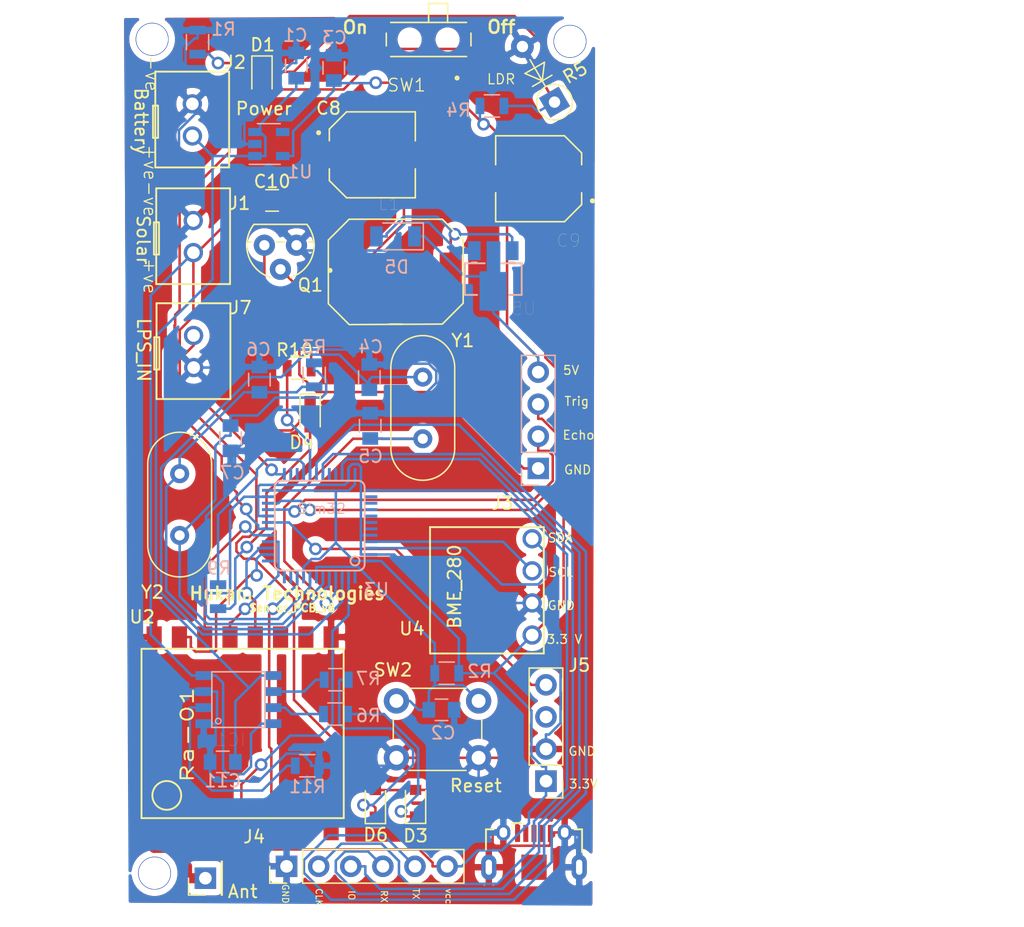
<source format=kicad_pcb>
(kicad_pcb (version 20171130) (host pcbnew 5.1.7-a382d34a8~88~ubuntu18.04.1)
  (layers (0 F.Cu signal) (31 B.Cu signal) (34 B.Paste user) (35 F.Paste user) (36 B.SilkS user) (37 F.SilkS user) (38 B.Mask user) (39 F.Mask user) (44 Edge.Cuts user))
  (net 0 "")
  (net 1 "Net-(AE1-Pad1)")
  (net 2 /RESET)
  (net 3 /PC14)
  (net 4 /PC15)
  (net 5 /OSCIN)
  (net 6 /OSCOUT)
  (net 7 /Supply_Reg)
  (net 8 /BAT_IN)
  (net 9 /Solar_+ve)
  (net 10 /VCC3V3)
  (net 11 /SWIO)
  (net 12 /SWCLK)
  (net 13 /LDR_IN)
  (net 14 "Net-(U1-Pad4)")
  (net 15 /DIO0)
  (net 16 /NSS)
  (net 17 /MISO)
  (net 18 /MOSI)
  (net 19 /SCL)
  (net 20 /SDA)
  (net 21 /SCK)
  (net 22 "Net-(D1-Pad1)")
  (net 23 /Trig)
  (net 24 /EchoToStm32)
  (net 25 /Reset_LoRa)
  (net 26 "Net-(U2-Pad10)")
  (net 27 /GND)
  (net 28 "Net-(SW1-Pad1)")
  (net 29 "Net-(U2-Pad11)")
  (net 30 "Net-(U2-Pad8)")
  (net 31 "Net-(U2-Pad7)")
  (net 32 "Net-(U3-Pad38)")
  (net 33 "Net-(U3-Pad1)")
  (net 34 "Net-(U3-Pad26)")
  (net 35 "Net-(U3-Pad32)")
  (net 36 "Net-(U3-Pad33)")
  (net 37 "Net-(U3-Pad39)")
  (net 38 "Net-(U3-Pad40)")
  (net 39 "Net-(U3-Pad41)")
  (net 40 "Net-(J5-Pad3)")
  (net 41 /Air_in)
  (net 42 "Net-(D4-Pad2)")
  (net 43 "Net-(R9-Pad2)")
  (net 44 /OUT_5V)
  (net 45 "Net-(D5-Pad2)")
  (net 46 "Net-(U2-Pad6)")
  (net 47 "Net-(U3-Pad12)")
  (net 48 "Net-(U3-Pad13)")
  (net 49 /RX)
  (net 50 /TX)
  (net 51 "Net-(U3-Pad27)")
  (net 52 "Net-(D3-Pad1)")
  (net 53 "Net-(D6-Pad1)")
  (net 54 "Net-(IC1-Pad7)")
  (net 55 "Net-(IC1-Pad6)")
  (net 56 "Net-(IC1-Pad2)")
  (net 57 "Net-(Q1-Pad1)")
  (net 58 /Activate)
  (net 59 "Net-(J6-Pad4)")
  (net 60 "Net-(J6-Pad3)")
  (net 61 "Net-(J6-Pad2)")
  (net 62 /GND_Sensor)
  (net 63 "Net-(U3-Pad11)")
  (net 64 /LPS_IN)
  (net 65 "Net-(U3-Pad42)")
  (net 66 "Net-(U3-Pad43)")
  (module Custom_Libraries:MountingHole_2.5mm (layer F.Cu) (at 25.2349 87.2084)
    (fp_text reference M3 hide)
    (fp_text value MountingHole_2.1mm hide)
    (pad "" thru_hole circle (at 0 0) (size 2.6 2.6) (drill 2.5) (layers *.Cu *.Mask))
  )
  (module Custom_Libraries:MountingHole_2.5mm (layer F.Cu) (at 58.0974 21.3766)
    (fp_text reference M2 hide)
    (fp_text value MountingHole_2.1mm hide)
    (pad "" thru_hole circle (at 0 0) (size 2.6 2.6) (drill 2.5) (layers *.Cu *.Mask))
  )
  (module Custom_Libraries:MountingHole_2.5mm (layer F.Cu) (at 25.0444 21.2115)
    (fp_text reference M1 hide)
    (fp_text value MountingHole_2.1mm hide)
    (pad "" thru_hole circle (at 0 0) (size 2.6 2.6) (drill 2.5) (layers *.Cu *.Mask))
  )
  (module Custom_Libraries:BC547 (layer F.Cu) (at 35.1942 37.5133 180)
    (fp_text reference Q1 (at -2.36474 -3.15214) (layer F.SilkS))
    (fp_text value TO92 hide)
    (pad 3 thru_hole circle (at 1.27 0 180) (size 1.6764 1.6764) (drill 0.8128) (layers *.Cu *.Mask) (net 62 /GND_Sensor))
    (pad 1 thru_hole circle (at 0 -1.905 180) (size 1.6764 1.6764) (drill 0.8128) (layers *.Cu *.Mask) (net 57 "Net-(Q1-Pad1)"))
    (pad 2 thru_hole circle (at -1.27 0 180) (size 1.6764 1.6764) (drill 0.8128) (layers *.Cu *.Mask) (net 27 /GND))
  )
  (module Custom_Libraries:SOP-8 (layer B.Cu) (at 31.8719 73.4746)
    (fp_text reference IC1 (at -0.63517 3.1759) (layer B.SilkS) (effects (font (size 1.000283 1.000283) (thickness 0.015)) (justify mirror)))
    (fp_text value TP4056 hide)
    (pad 7 smd rect (at 2.75 0.635) (size 1.3 0.7) (layers B.Cu B.Paste B.Mask) (net 54 "Net-(IC1-Pad7)"))
    (pad 8 smd rect (at 2.75 1.905) (size 1.3 0.7) (layers B.Cu B.Paste B.Mask) (net 9 /Solar_+ve))
    (pad 6 smd rect (at 2.75 -0.635) (size 1.3 0.7) (layers B.Cu B.Paste B.Mask) (net 55 "Net-(IC1-Pad6)"))
    (pad 5 smd rect (at 2.75 -1.905) (size 1.3 0.7) (layers B.Cu B.Paste B.Mask) (net 8 /BAT_IN))
    (pad 2 smd rect (at -2.75 0.635) (size 1.3 0.7) (layers B.Cu B.Paste B.Mask) (net 56 "Net-(IC1-Pad2)"))
    (pad 1 smd rect (at -2.75 1.905) (size 1.3 0.7) (layers B.Cu B.Paste B.Mask) (net 27 /GND))
    (pad 3 smd rect (at -2.75 -0.635) (size 1.3 0.7) (layers B.Cu B.Paste B.Mask) (net 27 /GND))
    (pad 4 smd rect (at -2.75 -1.905) (size 1.3 0.7) (layers B.Cu B.Paste B.Mask) (net 9 /Solar_+ve))
  )
  (module Custom_Libraries:Battery_holder (layer F.Cu) (at 29.7739 46.1061 270)
    (fp_text reference J7 (at -3.64998 -2.28092 180) (layer F.SilkS))
    (fp_text value LPS_Sensor hide)
    (pad 1 thru_hole circle (at -1.45 1.45 270) (size 1.524 1.524) (drill 1) (layers *.Cu *.Mask) (net 64 /LPS_IN))
    (pad 2 thru_hole circle (at 1.09 1.44 270) (size 1.524 1.524) (drill 1) (layers *.Cu *.Mask) (net 27 /GND))
  )
  (module Custom_Libraries:IND_22uH (layer F.Cu) (at 44.3154 39.6037)
    (fp_text reference L1 (at -0.525 -5.385) (layer F.SilkS) (effects (font (thickness 0.015))))
    (fp_text value Inductor_22uH hide)
    (pad 2 smd rect (at 4.35 -0.01) (size 1.75 3) (layers F.Cu F.Paste F.Mask) (net 45 "Net-(D5-Pad2)"))
    (pad 1 smd rect (at -4.35 -0.01) (size 1.75 3) (layers F.Cu F.Paste F.Mask) (net 7 /Supply_Reg))
  )
  (module Custom_Libraries:CAPAE660X550N (layer F.Cu) (at 42.4637 30.3581)
    (fp_text reference C8 (at -3.4671 -3.68554) (layer F.SilkS))
    (fp_text value "100 uF" hide)
    (pad 2 smd rect (at 2.5 0) (size 3.11 1.58) (layers F.Cu F.Paste F.Mask) (net 7 /Supply_Reg))
    (pad 1 smd rect (at -2.5 0) (size 3.11 1.58) (layers F.Cu F.Paste F.Mask) (net 27 /GND))
  )
  (module Custom_Libraries:Conn_USBmicro-B_ebay-side_TH (layer F.Cu) (at 55.2526 86.741)
    (fp_text reference J6)
    (fp_text value USB3130-XX-X_REVD hide)
    (pad 6 thru_hole oval (at -3.575 0) (size 1.2 2) (drill oval 0.5 1.2) (layers *.Cu *.Mask F.Paste) (net 27 /GND))
    (pad "" smd rect (at 0 0) (size 2 2) (layers F.Cu F.Paste F.Mask))
    (pad 6 thru_hole oval (at 3.575 0) (size 1.2 2) (drill oval 0.5 1.2) (layers *.Cu *.Mask F.Paste) (net 27 /GND))
    (pad 1 smd rect (at -1.3 -2.675) (size 0.4 1.35) (layers F.Cu F.Paste F.Mask) (net 9 /Solar_+ve))
    (pad 2 smd rect (at -0.65 -2.675) (size 0.4 1.35) (layers F.Cu F.Paste F.Mask) (net 61 "Net-(J6-Pad2)"))
    (pad 3 smd rect (at 0 -2.675) (size 0.4 1.35) (layers F.Cu F.Paste F.Mask) (net 60 "Net-(J6-Pad3)"))
    (pad 4 smd rect (at 0.65 -2.675) (size 0.4 1.35) (layers F.Cu F.Paste F.Mask) (net 59 "Net-(J6-Pad4)"))
    (pad 5 smd rect (at 1.3 -2.675) (size 0.4 1.35) (layers F.Cu F.Paste F.Mask) (net 27 /GND))
    (pad 6 thru_hole oval (at -2.425 -2.75) (size 1.1 1.3) (drill oval 0.6 0.8) (layers *.Cu *.Mask) (net 27 /GND))
    (pad 6 thru_hole oval (at 2.425 -2.75) (size 1.1 1.3) (drill oval 0.6 0.8) (layers *.Cu *.Mask) (net 27 /GND))
  )
  (module Custom_Libraries:Battery_holder (layer F.Cu) (at 29.6748 27.7749 270)
    (fp_text reference J2 (at -4.74472 -1.93296 180) (layer F.SilkS))
    (fp_text value Battery_input hide)
    (pad 1 thru_hole circle (at -1.45 1.45 270) (size 1.524 1.524) (drill 1) (layers *.Cu *.Mask) (net 27 /GND))
    (pad 2 thru_hole circle (at 1.09 1.44 270) (size 1.524 1.524) (drill 1) (layers *.Cu *.Mask) (net 8 /BAT_IN))
  )
  (module Custom_Libraries:Battery_holder (layer F.Cu) (at 29.7485 37.0078 270)
    (fp_text reference J1 (at -2.81178 -2.20472 180) (layer F.SilkS))
    (fp_text value Solar_input hide)
    (pad 1 thru_hole circle (at -1.45 1.45 270) (size 1.524 1.524) (drill 1) (layers *.Cu *.Mask) (net 27 /GND))
    (pad 2 thru_hole circle (at 1.09 1.44 270) (size 1.524 1.524) (drill 1) (layers *.Cu *.Mask) (net 9 /Solar_+ve))
  )
  (module Custom_Libraries:BME280 (layer F.Cu) (at 50.0275 65.8241)
    (fp_text reference U4 (at -4.43198 2.03706) (layer F.SilkS))
    (fp_text value BME_280 (at -1.06138 -1.29286 90) (layer F.SilkS))
    (pad 4 thru_hole circle (at 5.08 -5.08) (size 1.524 1.524) (drill 1) (layers *.Cu *.Mask) (net 20 /SDA))
    (pad 3 thru_hole circle (at 5.08 -2.54) (size 1.524 1.524) (drill 1) (layers *.Cu *.Mask) (net 19 /SCL))
    (pad 2 thru_hole circle (at 5.08 0) (size 1.524 1.524) (drill 1) (layers *.Cu *.Mask) (net 27 /GND))
    (pad 1 thru_hole circle (at 5.08 2.54) (size 1.524 1.524) (drill 1) (layers *.Cu *.Mask) (net 10 /VCC3V3))
  )
  (module Custom_Libraries:SOT89 (layer B.Cu) (at 52.0294 39.9437)
    (fp_text reference U5 (at 2.39522 2.58826 -180) (layer B.SilkS) (effects (font (thickness 0.015)) (justify mirror)))
    (fp_text value BL8530 hide)
    (pad 1 smd rect (at -1.5 -2) (size 1 1.5) (layers B.Cu B.Paste B.Mask) (net 27 /GND))
    (pad 3 smd rect (at 1.5 -2) (size 1 1.5) (layers B.Cu B.Paste B.Mask) (net 45 "Net-(D5-Pad2)"))
    (pad 2 smd custom (at 0.01 0.03) (size 1 5.5) (layers B.Cu B.Paste B.Mask) (net 44 /OUT_5V) (options (clearance outline) (anchor rect)) (primitives (gr_poly (pts (xy 1 -0.29) (xy 0.5 -0.29) (xy 0.5 -2.73) (xy -0.46 -2.73) (xy -0.49 -2.74) (xy -0.48 -0.35) (xy -1.05 -0.35) (xy -1.05 2.66) (xy 1.01 2.66)) (width 0.1))))
  )
  (module Pin_Headers:Pin_Header_Straight_1x06_Pitch2.54mm (layer F.Cu) (at 35.6794 86.6699 90)
    (fp_text reference J4 (at 2.33934 -2.56794 180) (layer F.SilkS))
    (fp_text value Conn_01x06_Female hide)
    (pad 1 thru_hole rect (at 0 0 90) (size 1.7 1.7) (drill 1) (layers *.Cu *.Mask) (net 27 /GND))
    (pad 2 thru_hole oval (at 0 2.54 90) (size 1.7 1.7) (drill 1) (layers *.Cu *.Mask) (net 12 /SWCLK))
    (pad 3 thru_hole oval (at 0 5.08 90) (size 1.7 1.7) (drill 1) (layers *.Cu *.Mask) (net 11 /SWIO))
    (pad 4 thru_hole oval (at 0 7.62 90) (size 1.7 1.7) (drill 1) (layers *.Cu *.Mask) (net 49 /RX))
    (pad 5 thru_hole oval (at 0 10.16 90) (size 1.7 1.7) (drill 1) (layers *.Cu *.Mask) (net 50 /TX))
    (pad 6 thru_hole oval (at 0 12.7 90) (size 1.7 1.7) (drill 1) (layers *.Cu *.Mask) (net 10 /VCC3V3))
  )
  (module "Custom_Libraries:STM32(LQFP48)" (layer B.Cu) (at 38.8061 60.2158 90)
    (fp_text reference U3 (at -4.5593 3.98018 180) (layer B.SilkS) (effects (justify mirror)))
    (fp_text value STM32 hide)
    (pad 38 smd rect (at 2.794 3.556 90) (size 0.23 1) (layers B.Cu B.Adhes B.Paste B.Mask) (net 32 "Net-(U3-Pad38)"))
    (pad 1 smd rect (at -3.556 2.286 90) (size 1 0.23) (layers B.Cu B.Adhes B.Paste B.Mask) (net 33 "Net-(U3-Pad1)"))
    (pad 2 smd rect (at -3.556 1.778 90) (size 1 0.23) (layers B.Cu B.Adhes B.Paste B.Mask) (net 25 /Reset_LoRa))
    (pad 3 smd rect (at -3.556 1.27 90) (size 1 0.23) (layers B.Cu B.Adhes B.Paste B.Mask) (net 3 /PC14))
    (pad 4 smd rect (at -3.556 0.762 90) (size 1 0.23) (layers B.Cu B.Adhes B.Paste B.Mask) (net 4 /PC15))
    (pad 5 smd rect (at -3.556 0.254 90) (size 1 0.23) (layers B.Cu B.Adhes B.Paste B.Mask) (net 5 /OSCIN))
    (pad 6 smd rect (at -3.556 -0.254 90) (size 1 0.23) (layers B.Cu B.Adhes B.Paste B.Mask) (net 6 /OSCOUT))
    (pad 7 smd rect (at -3.556 -0.762 90) (size 1 0.23) (layers B.Cu B.Adhes B.Paste B.Mask) (net 2 /RESET))
    (pad 8 smd rect (at -3.556 -1.27 90) (size 1 0.23) (layers B.Cu B.Adhes B.Paste B.Mask) (net 27 /GND))
    (pad 9 smd rect (at -3.556 -1.778 90) (size 1 0.23) (layers B.Cu B.Adhes B.Paste B.Mask) (net 10 /VCC3V3))
    (pad 10 smd rect (at -3.556 -2.286 90) (size 1 0.23) (layers B.Cu B.Adhes B.Paste B.Mask) (net 15 /DIO0))
    (pad 11 smd rect (at -3.556 -2.794 90) (size 1 0.23) (layers B.Cu B.Adhes B.Paste B.Mask) (net 63 "Net-(U3-Pad11)"))
    (pad 12 smd rect (at -3.556 -3.302 90) (size 1 0.23) (layers B.Cu B.Adhes B.Paste B.Mask) (net 47 "Net-(U3-Pad12)"))
    (pad 13 smd rect (at -2.286 -4.572 90) (size 0.23 1) (layers B.Cu B.Adhes B.Paste B.Mask) (net 48 "Net-(U3-Pad13)"))
    (pad 14 smd rect (at -1.778 -4.572 90) (size 0.23 1) (layers B.Cu B.Adhes B.Paste B.Mask) (net 16 /NSS))
    (pad 16 smd rect (at -0.762 -4.572 90) (size 0.23 1) (layers B.Cu B.Adhes B.Paste B.Mask) (net 17 /MISO))
    (pad 17 smd rect (at -0.254 -4.572 90) (size 0.23 1) (layers B.Cu B.Adhes B.Paste B.Mask) (net 18 /MOSI))
    (pad 18 smd rect (at 0.254 -4.572 90) (size 0.23 1) (layers B.Cu B.Adhes B.Paste B.Mask) (net 13 /LDR_IN))
    (pad 19 smd rect (at 0.762 -4.572 90) (size 0.23 1) (layers B.Cu B.Adhes B.Paste B.Mask) (net 41 /Air_in))
    (pad 20 smd rect (at 1.27 -4.572 90) (size 0.23 1) (layers B.Cu B.Adhes B.Paste B.Mask) (net 27 /GND))
    (pad 21 smd rect (at 1.778 -4.572 90) (size 0.23 1) (layers B.Cu B.Adhes B.Paste B.Mask) (net 24 /EchoToStm32))
    (pad 22 smd rect (at 2.286 -4.572 90) (size 0.23 1) (layers B.Cu B.Adhes B.Paste B.Mask) (net 23 /Trig))
    (pad 23 smd rect (at 2.794 -4.572 90) (size 0.23 1) (layers B.Cu B.Adhes B.Paste B.Mask) (net 27 /GND))
    (pad 24 smd rect (at 3.302 -4.572 90) (size 0.23 1) (layers B.Cu B.Adhes B.Paste B.Mask) (net 10 /VCC3V3))
    (pad 26 smd rect (at 4.572 -2.794 90) (size 1 0.23) (layers B.Cu B.Adhes B.Paste B.Mask) (net 34 "Net-(U3-Pad26)"))
    (pad 27 smd rect (at 4.572 -2.286 90) (size 1 0.23) (layers B.Cu B.Adhes B.Paste B.Mask) (net 51 "Net-(U3-Pad27)"))
    (pad 28 smd rect (at 4.572 -1.778 90) (size 1 0.23) (layers B.Cu B.Adhes B.Paste B.Mask) (net 43 "Net-(R9-Pad2)"))
    (pad 29 smd rect (at 4.572 -1.27 90) (size 1 0.23) (layers B.Cu B.Adhes B.Paste B.Mask) (net 58 /Activate))
    (pad 30 smd rect (at 4.572 -0.762 90) (size 1 0.23) (layers B.Cu B.Adhes B.Paste B.Mask) (net 50 /TX))
    (pad 31 smd rect (at 4.572 -0.254 90) (size 1 0.23) (layers B.Cu B.Adhes B.Paste B.Mask) (net 49 /RX))
    (pad 32 smd rect (at 4.572 0.254 90) (size 1 0.23) (layers B.Cu B.Adhes B.Paste B.Mask) (net 35 "Net-(U3-Pad32)"))
    (pad 33 smd rect (at 4.572 0.762 90) (size 1 0.23) (layers B.Cu B.Adhes B.Paste B.Mask) (net 36 "Net-(U3-Pad33)"))
    (pad 34 smd rect (at 4.572 1.27 90) (size 1 0.23) (layers B.Cu B.Adhes B.Paste B.Mask) (net 11 /SWIO))
    (pad 35 smd rect (at 4.572 1.778 90) (size 1 0.23) (layers B.Cu B.Adhes B.Paste B.Mask) (net 27 /GND))
    (pad 36 smd rect (at 4.572 2.286 90) (size 1 0.23) (layers B.Cu B.Adhes B.Paste B.Mask) (net 10 /VCC3V3))
    (pad 37 smd rect (at 3.302 3.556 90) (size 0.23 1) (layers B.Cu B.Adhes B.Paste B.Mask) (net 12 /SWCLK))
    (pad 39 smd rect (at 2.286 3.556 90) (size 0.23 1) (layers B.Cu B.Adhes B.Paste B.Mask) (net 37 "Net-(U3-Pad39)"))
    (pad 40 smd rect (at 1.778 3.556 90) (size 0.23 1) (layers B.Cu B.Adhes B.Paste B.Mask) (net 38 "Net-(U3-Pad40)"))
    (pad 41 smd rect (at 1.27 3.556 90) (size 0.23 1) (layers B.Cu B.Adhes B.Paste B.Mask) (net 39 "Net-(U3-Pad41)"))
    (pad 42 smd rect (at 0.762 3.556 90) (size 0.23 1) (layers B.Cu B.Adhes B.Paste B.Mask) (net 65 "Net-(U3-Pad42)"))
    (pad 43 smd rect (at 0.254 3.556 90) (size 0.23 1) (layers B.Cu B.Adhes B.Paste B.Mask) (net 66 "Net-(U3-Pad43)"))
    (pad 44 smd rect (at -0.254 3.556 90) (size 0.23 1) (layers B.Cu B.Adhes B.Paste B.Mask) (net 27 /GND))
    (pad 45 smd rect (at -0.762 3.556 90) (size 0.23 1) (layers B.Cu B.Adhes B.Paste B.Mask) (net 19 /SCL))
    (pad 46 smd rect (at -1.27 3.556 90) (size 0.23 1) (layers B.Cu B.Adhes B.Paste B.Mask) (net 20 /SDA))
    (pad 47 smd rect (at -1.778 3.556 90) (size 0.23 1) (layers B.Cu B.Adhes B.Paste B.Mask) (net 27 /GND))
    (pad 48 smd rect (at -2.286 3.556 90) (size 0.23 1) (layers B.Cu B.Adhes B.Paste B.Mask) (net 10 /VCC3V3))
    (pad 25 smd rect (at 4.572 -3.302 90) (size 1 0.23) (layers B.Cu B.Adhes B.Paste B.Mask) (net 64 /LPS_IN))
    (pad 15 smd rect (at -1.27 -4.572 90) (size 0.23 1) (layers B.Cu B.Adhes B.Paste B.Mask) (net 21 /SCK))
  )
  (module Custom_Libraries:SW_MLL1200S (layer F.Cu) (at 46.9163 21.2293 180)
    (fp_text reference SW1 (at 1.7399 -3.61696) (layer F.SilkS) (effects (font (size 1.000228 1.000228) (thickness 0.1))))
    (fp_text value MLL1200S hide)
    (pad G4 smd rect (at 3.75 1.15 180) (size 1 0.8) (layers F.Cu F.Paste F.Mask))
    (pad G2 smd rect (at 3.75 -1.15 180) (size 1 0.8) (layers F.Cu F.Paste F.Mask) (net 27 /GND))
    (pad G3 smd rect (at -3.75 1.15 180) (size 1 0.8) (layers F.Cu F.Paste F.Mask) (net 27 /GND))
    (pad G1 smd rect (at -3.75 -1.15 180) (size 1 0.8) (layers F.Cu F.Paste F.Mask) (net 27 /GND))
    (pad 3 smd rect (at 2.25 -2.05 180) (size 0.7 1.1) (layers F.Cu F.Paste F.Mask) (net 7 /Supply_Reg))
    (pad 2 smd rect (at 0.75 -2.05 180) (size 0.7 1.1) (layers F.Cu F.Paste F.Mask) (net 10 /VCC3V3))
    (pad 1 smd rect (at -2.25 -2.05 180) (size 0.7 1.1) (layers F.Cu F.Paste F.Mask) (net 28 "Net-(SW1-Pad1)"))
    (pad None np_thru_hole circle (at 1.5 0 180) (size 0.9 0.9) (drill 0.9) (layers *.Cu *.Mask))
    (pad "" np_thru_hole circle (at -1.5 0 180) (size 0.9 0.9) (drill 0.9) (layers *.Cu *.Mask))
  )
  (module Resistors_SMD:R_0805 (layer B.Cu) (at 30.2616 65.3288 90)
    (fp_text reference R9 (at 2.26568 0.0635 180) (layer B.SilkS) (effects (justify mirror)))
    (fp_text value "510 R" hide)
    (pad 1 smd rect (at -0.95 0 90) (size 0.7 1.3) (layers B.Cu B.Paste B.Mask) (net 42 "Net-(D4-Pad2)"))
    (pad 2 smd rect (at 0.95 0 90) (size 0.7 1.3) (layers B.Cu B.Paste B.Mask) (net 43 "Net-(R9-Pad2)"))
  )
  (module Diodes_SMD:D_0805 (layer F.Cu) (at 37.5412 50.8838 270)
    (fp_text reference D4 (at 2.23266 0.67056 180) (layer F.SilkS))
    (fp_text value Bat_Low hide)
    (pad 1 smd rect (at -1.05 0 270) (size 0.8 0.9) (layers F.Cu F.Paste F.Mask) (net 27 /GND))
    (pad 2 smd rect (at 1.05 0 270) (size 0.8 0.9) (layers F.Cu F.Paste F.Mask) (net 42 "Net-(D4-Pad2)"))
  )
  (module Pin_Headers:Pin_Header_Straight_1x04_Pitch2.54mm (layer F.Cu) (at 56.2 79.9262 180)
    (fp_text reference J5 (at -2.6416 9.17194) (layer F.SilkS))
    (fp_text value Airquality hide)
    (pad 1 thru_hole rect (at 0 0 180) (size 1.7 1.7) (drill 1) (layers *.Cu *.Mask) (net 10 /VCC3V3))
    (pad 2 thru_hole oval (at 0 2.54 180) (size 1.7 1.7) (drill 1) (layers *.Cu *.Mask) (net 27 /GND))
    (pad 3 thru_hole oval (at 0 5.08 180) (size 1.7 1.7) (drill 1) (layers *.Cu *.Mask) (net 40 "Net-(J5-Pad3)"))
    (pad 4 thru_hole oval (at 0 7.62 180) (size 1.7 1.7) (drill 1) (layers *.Cu *.Mask) (net 41 /Air_in))
  )
  (module Custom_Libraries:LoRa (layer F.Cu) (at 32.2047 80.2564 90)
    (fp_text reference U2 (at 13.3274 -7.95278 180) (layer F.SilkS))
    (fp_text value Ra-01 (at 3.99 -4.38 90) (layer F.SilkS) (effects (font (size 1 1.5))))
    (pad 16 smd rect (at 11.73 -7 90) (size 1.7 1.2) (layers F.Cu F.Adhes F.Paste F.Mask) (net 27 /GND))
    (pad 15 smd rect (at 11.73 -5 90) (size 1.7 1.2) (layers F.Cu F.Adhes F.Paste F.Mask) (net 16 /NSS))
    (pad 14 smd rect (at 11.73 -3 90) (size 1.7 1.2) (layers F.Cu F.Adhes F.Paste F.Mask) (net 18 /MOSI))
    (pad 13 smd rect (at 11.73 -1 90) (size 1.7 1.2) (layers F.Cu F.Adhes F.Paste F.Mask) (net 17 /MISO))
    (pad 12 smd rect (at 11.73 1 90) (size 1.7 1.2) (layers F.Cu F.Adhes F.Paste F.Mask) (net 21 /SCK))
    (pad 11 smd rect (at 11.73 3 90) (size 1.7 1.2) (layers F.Cu F.Adhes F.Paste F.Mask) (net 29 "Net-(U2-Pad11)"))
    (pad 10 smd rect (at 11.73 5 90) (size 1.7 1.2) (layers F.Cu F.Adhes F.Paste F.Mask) (net 26 "Net-(U2-Pad10)"))
    (pad 9 smd rect (at 11.73 7 90) (size 1.7 1.2) (layers F.Cu F.Adhes F.Paste F.Mask) (net 27 /GND))
    (pad 8 smd rect (at -3.5 7 90) (size 1.7 1.2) (layers F.Cu F.Adhes F.Paste F.Mask) (net 30 "Net-(U2-Pad8)"))
    (pad 7 smd rect (at -3.5 5 90) (size 1.7 1.2) (layers F.Cu F.Adhes F.Paste F.Mask) (net 31 "Net-(U2-Pad7)"))
    (pad 6 smd rect (at -3.5 3 90) (size 1.7 1.2) (layers F.Cu F.Adhes F.Paste F.Mask) (net 46 "Net-(U2-Pad6)"))
    (pad 5 smd rect (at -3.5 1 90) (size 1.7 1.2) (layers F.Cu F.Adhes F.Paste F.Mask) (net 15 /DIO0))
    (pad 4 smd rect (at -3.5 -1 90) (size 1.7 1.2) (layers F.Cu F.Adhes F.Paste F.Mask) (net 25 /Reset_LoRa))
    (pad 3 smd rect (at -3.5 -3 90) (size 1.7 1.2) (layers F.Cu F.Adhes F.Paste F.Mask) (net 10 /VCC3V3))
    (pad 2 smd rect (at -3.5 -5 90) (size 1.7 1.2) (layers F.Cu F.Adhes F.Paste F.Mask) (net 27 /GND))
    (pad 1 smd rect (at -3.5 -7 90) (size 1.7 1.2) (layers F.Cu F.Adhes F.Paste F.Mask) (net 1 "Net-(AE1-Pad1)"))
  )
  (module Pin_Headers:Pin_Header_Straight_1x01_Pitch2.54mm (layer F.Cu) (at 29.2557 87.6097 90)
    (fp_text reference AE1 hide)
    (fp_text value Antenna hide)
    (pad 1 thru_hole rect (at 0 0 90) (size 1.7 1.7) (drill 1) (layers *.Cu *.Mask) (net 1 "Net-(AE1-Pad1)"))
  )
  (module Pin_Headers:Pin_Header_Straight_1x04_Pitch2.54mm (layer B.Cu) (at 55.5879 55.179)
    (fp_text reference J3 (at -2.82706 2.74308) (layer F.SilkS))
    (fp_text value "Distance /" hide)
    (pad 1 thru_hole rect (at 0 0) (size 1.7 1.7) (drill 1) (layers *.Cu *.Mask) (net 62 /GND_Sensor))
    (pad 2 thru_hole oval (at 0 -2.54) (size 1.7 1.7) (drill 1) (layers *.Cu *.Mask) (net 24 /EchoToStm32))
    (pad 3 thru_hole oval (at 0 -5.08) (size 1.7 1.7) (drill 1) (layers *.Cu *.Mask) (net 23 /Trig))
    (pad 4 thru_hole oval (at 0 -7.62) (size 1.7 1.7) (drill 1) (layers *.Cu *.Mask) (net 44 /OUT_5V))
  )
  (module Capacitors_SMD:C_0805 (layer B.Cu) (at 47.9356 74.2848 180)
    (fp_text reference C2 (at -0.13386 -1.8288) (layer B.SilkS) (effects (justify mirror)))
    (fp_text value 1.0uf hide)
    (pad 1 smd rect (at -1 0 180) (size 1 1.25) (layers B.Cu B.Paste B.Mask) (net 27 /GND))
    (pad 2 smd rect (at 1 0 180) (size 1 1.25) (layers B.Cu B.Paste B.Mask) (net 2 /RESET))
  )
  (module Capacitors_SMD:C_0805 (layer B.Cu) (at 42.2275 47.9476 90)
    (fp_text reference C4 (at 2.39014 0.10414 180) (layer B.SilkS) (effects (justify mirror)))
    (fp_text value 20pf hide)
    (pad 1 smd rect (at -1 0 90) (size 1 1.25) (layers B.Cu B.Paste B.Mask) (net 3 /PC14))
    (pad 2 smd rect (at 1 0 90) (size 1 1.25) (layers B.Cu B.Paste B.Mask) (net 27 /GND))
  )
  (module Capacitors_SMD:C_0805 (layer B.Cu) (at 42.2961 51.8058 90)
    (fp_text reference C5 (at -2.41554 0.03556 180) (layer B.SilkS) (effects (justify mirror)))
    (fp_text value 20pf hide)
    (pad 2 smd rect (at 1 0 90) (size 1 1.25) (layers B.Cu B.Paste B.Mask) (net 27 /GND))
    (pad 1 smd rect (at -1 0 90) (size 1 1.25) (layers B.Cu B.Paste B.Mask) (net 4 /PC15))
  )
  (module Capacitors_SMD:C_0805 (layer B.Cu) (at 33.5305 48.1508 90)
    (fp_text reference C6 (at 2.3876 -0.07366 180) (layer B.SilkS) (effects (justify mirror)))
    (fp_text value 20pf hide)
    (pad 2 smd rect (at 1 0 90) (size 1 1.25) (layers B.Cu B.Paste B.Mask) (net 27 /GND))
    (pad 1 smd rect (at -1 0 90) (size 1 1.25) (layers B.Cu B.Paste B.Mask) (net 5 /OSCIN))
  )
  (module Capacitors_SMD:C_0805 (layer B.Cu) (at 31.2496 52.7863 270)
    (fp_text reference C7 (at 2.73558 -0.15494 180) (layer B.SilkS) (effects (justify mirror)))
    (fp_text value 20pf hide)
    (pad 1 smd rect (at -1 0 270) (size 1 1.25) (layers B.Cu B.Paste B.Mask) (net 6 /OSCOUT))
    (pad 2 smd rect (at 1 0 270) (size 1 1.25) (layers B.Cu B.Paste B.Mask) (net 27 /GND))
  )
  (module Capacitors_SMD:C_0805 (layer B.Cu) (at 36.4465 23.2918 270)
    (fp_text reference C1 (at -2.39268 0.08128 180) (layer B.SilkS) (effects (justify mirror)))
    (fp_text value "100 nf" hide)
    (pad 2 smd rect (at 1 0 270) (size 1 1.25) (layers B.Cu B.Paste B.Mask) (net 8 /BAT_IN))
    (pad 1 smd rect (at -1 0 270) (size 1 1.25) (layers B.Cu B.Paste B.Mask) (net 27 /GND))
  )
  (module Capacitors_SMD:C_0805 (layer B.Cu) (at 39.4132 23.4772 270)
    (fp_text reference C3 (at -2.38938 -0.05842 180) (layer B.SilkS) (effects (justify mirror)))
    (fp_text value "100 nf" hide)
    (pad 2 smd rect (at 1 0 270) (size 1 1.25) (layers B.Cu B.Paste B.Mask) (net 7 /Supply_Reg))
    (pad 1 smd rect (at -1 0 270) (size 1 1.25) (layers B.Cu B.Paste B.Mask) (net 27 /GND))
  )
  (module Diodes_SMD:D_0805 (layer F.Cu) (at 33.7337 24.1351 270)
    (fp_text reference D1 (at -2.48416 -0.05318 180) (layer F.SilkS))
    (fp_text value Pwr_L.E.D hide)
    (pad 1 smd rect (at -1.05 0 270) (size 0.8 0.9) (layers F.Cu F.Paste F.Mask) (net 22 "Net-(D1-Pad1)"))
    (pad 2 smd rect (at 1.05 0 270) (size 0.8 0.9) (layers F.Cu F.Paste F.Mask) (net 10 /VCC3V3))
  )
  (module Resistors_SMD:R_0805 (layer B.Cu) (at 48.3514 71.3842 180)
    (fp_text reference R2 (at -2.59588 0.1524 180) (layer B.SilkS) (effects (justify mirror)))
    (fp_text value 10K hide)
    (pad 2 smd rect (at 0.95 0 180) (size 0.7 1.3) (layers B.Cu B.Paste B.Mask) (net 2 /RESET))
    (pad 1 smd rect (at -0.95 0 180) (size 0.7 1.3) (layers B.Cu B.Paste B.Mask) (net 10 /VCC3V3))
  )
  (module Resistors_SMD:R_0805 (layer B.Cu) (at 37.8638 47.7698 90)
    (fp_text reference R3 (at 2.2098 -0.00254) (layer B.SilkS) (effects (justify mirror)))
    (fp_text value 1M hide)
    (pad 1 smd rect (at -0.95 0 90) (size 0.7 1.3) (layers B.Cu B.Paste B.Mask) (net 5 /OSCIN))
    (pad 2 smd rect (at 0.95 0 90) (size 0.7 1.3) (layers B.Cu B.Paste B.Mask) (net 6 /OSCOUT))
  )
  (module Resistors_SMD:R_0805 (layer B.Cu) (at 28.6385 21.4401 90)
    (fp_text reference R1 (at 1.02866 2.04978 180) (layer B.SilkS) (effects (justify mirror)))
    (fp_text value "510 R" hide)
    (pad 2 smd rect (at 0.95 0 90) (size 0.7 1.3) (layers B.Cu B.Paste B.Mask) (net 27 /GND))
    (pad 1 smd rect (at -0.95 0 90) (size 0.7 1.3) (layers B.Cu B.Paste B.Mask) (net 22 "Net-(D1-Pad1)"))
  )
  (module Resistors_SMD:R_0805 (layer B.Cu) (at 51.9252 26.4897 180)
    (fp_text reference R4 (at 2.65176 -0.33782) (layer B.SilkS) (effects (justify mirror)))
    (fp_text value 10K hide)
    (pad 1 smd rect (at -0.95 0 180) (size 0.7 1.3) (layers B.Cu B.Paste B.Mask) (net 13 /LDR_IN))
    (pad 2 smd rect (at 0.95 0 180) (size 0.7 1.3) (layers B.Cu B.Paste B.Mask) (net 10 /VCC3V3))
  )
  (module Diodes_THT:D_A-405_P5.08mm_Vertical_AnodeUp (layer F.Cu) (at 56.8757 26.1874 120)
    (fp_text reference R5 (at 1.204918 2.58154 30) (layer F.SilkS))
    (fp_text value LDR hide)
    (pad 2 thru_hole oval (at 5.08 0 120) (size 1.8 1.8) (drill 0.9) (layers *.Cu *.Mask) (net 27 /GND))
    (pad 1 thru_hole rect (at 0 0 120) (size 1.8 1.8) (drill 0.9) (layers *.Cu *.Mask) (net 13 /LDR_IN))
  )
  (module TO_SOT_Packages_SMD:SOT-23-5 (layer B.Cu) (at 34.2748 29.5021)
    (fp_text reference U1 (at 2.45364 2.20218) (layer B.SilkS) (effects (justify mirror)))
    (fp_text value APK2112.K-3.3 hide)
    (pad 1 smd rect (at -1.1 0.95) (size 1.06 0.65) (layers B.Cu B.Paste B.Mask) (net 8 /BAT_IN))
    (pad 2 smd rect (at -1.1 0) (size 1.06 0.65) (layers B.Cu B.Paste B.Mask) (net 27 /GND))
    (pad 3 smd rect (at -1.1 -0.95) (size 1.06 0.65) (layers B.Cu B.Paste B.Mask) (net 8 /BAT_IN))
    (pad 4 smd rect (at 1.1 -0.95) (size 1.06 0.65) (layers B.Cu B.Paste B.Mask) (net 14 "Net-(U1-Pad4)"))
    (pad 5 smd rect (at 1.1 0.95) (size 1.06 0.65) (layers B.Cu B.Paste B.Mask) (net 7 /Supply_Reg))
  )
  (module Crystals:Crystal_HC49-4H_Vertical (layer F.Cu) (at 46.4541 47.9501 270)
    (fp_text reference Y1 (at -2.89052 -3.16738 180) (layer F.SilkS))
    (fp_text value 32.768K hide)
    (pad 2 thru_hole circle (at 4.88 0 270) (size 1.5 1.5) (drill 0.8) (layers *.Cu *.Mask) (net 4 /PC15))
    (pad 1 thru_hole circle (at 0 0 270) (size 1.5 1.5) (drill 0.8) (layers *.Cu *.Mask) (net 3 /PC14))
  )
  (module Crystals:Crystal_HC49-4H_Vertical (layer F.Cu) (at 27.2237 55.5981 270)
    (fp_text reference Y2 (at 9.37258 2.14884 unlocked) (layer F.SilkS))
    (fp_text value 8Mhz hide)
    (pad 1 thru_hole circle (at 0 0 270) (size 1.5 1.5) (drill 0.8) (layers *.Cu *.Mask) (net 5 /OSCIN))
    (pad 2 thru_hole circle (at 4.88 0 270) (size 1.5 1.5) (drill 0.8) (layers *.Cu *.Mask) (net 6 /OSCOUT))
  )
  (module Buttons_Switches_THT:SW_PUSH_6mm_h5mm (layer F.Cu) (at 50.8711 78.0796 180)
    (fp_text reference SW2 (at 6.77418 6.95452) (layer F.SilkS))
    (fp_text value SW_Push hide)
    (pad 1 thru_hole circle (at 6.5 0 270) (size 2 2) (drill 1.1) (layers *.Cu *.Mask) (net 27 /GND))
    (pad 2 thru_hole circle (at 6.5 4.5 270) (size 2 2) (drill 1.1) (layers *.Cu *.Mask) (net 2 /RESET))
    (pad 1 thru_hole circle (at 0 0 270) (size 2 2) (drill 1.1) (layers *.Cu *.Mask) (net 27 /GND))
    (pad 2 thru_hole circle (at 0 4.5 270) (size 2 2) (drill 1.1) (layers *.Cu *.Mask) (net 2 /RESET))
  )
  (module Custom_Libraries:CAPAE660X550N (layer F.Cu) (at 55.6209 32.2504 180)
    (fp_text reference C9 (at -2.3622 -4.89458) (layer F.SilkS) (effects (font (thickness 0.015))))
    (fp_text value "100 uF" hide)
    (pad 1 smd rect (at -2.5 0 180) (size 3.11 1.58) (layers F.Cu F.Paste F.Mask) (net 27 /GND))
    (pad 2 smd rect (at 2.5 0 180) (size 3.11 1.58) (layers F.Cu F.Paste F.Mask) (net 44 /OUT_5V))
  )
  (module Diodes_SMD:D_1206 (layer B.Cu) (at 44.2951 36.8148 180)
    (fp_text reference D5 (at -0.09398 -2.42316) (layer B.SilkS) (effects (justify mirror)))
    (fp_text value SS14 hide)
    (pad 2 smd rect (at 1.5 0 180) (size 1 1.6) (layers B.Cu B.Paste B.Mask) (net 45 "Net-(D5-Pad2)"))
    (pad 1 smd rect (at -1.5 0 180) (size 1 1.6) (layers B.Cu B.Paste B.Mask) (net 44 /OUT_5V))
  )
  (module Capacitors_SMD:C_0805 (layer F.Cu) (at 34.5364 33.9674)
    (fp_text reference C10 (at 0 -1.5) (layer F.SilkS))
    (fp_text value 10uf hide)
    (pad 1 smd rect (at -1 0) (size 1 1.25) (layers F.Cu F.Paste F.Mask) (net 9 /Solar_+ve))
    (pad 2 smd rect (at 1 0) (size 1 1.25) (layers F.Cu F.Paste F.Mask) (net 27 /GND))
  )
  (module Capacitors_SMD:C_0805 (layer B.Cu) (at 30.6299 78.4047)
    (fp_text reference C11 (at 0 1.5) (layer B.SilkS) (effects (justify mirror)))
    (fp_text value 10uf hide)
    (pad 2 smd rect (at 1 0) (size 1 1.25) (layers B.Cu B.Paste B.Mask) (net 8 /BAT_IN))
    (pad 1 smd rect (at -1 0) (size 1 1.25) (layers B.Cu B.Paste B.Mask) (net 27 /GND))
  )
  (module Diodes_SMD:D_0805 (layer F.Cu) (at 45.8851 81.6712 90)
    (fp_text reference D3 (at -2.58572 0 180) (layer F.SilkS))
    (fp_text value Pwr_L.E.D hide)
    (pad 1 smd rect (at -1.05 0 90) (size 0.8 0.9) (layers F.Cu F.Paste F.Mask) (net 52 "Net-(D3-Pad1)"))
    (pad 2 smd rect (at 1.05 0 90) (size 0.8 0.9) (layers F.Cu F.Paste F.Mask) (net 9 /Solar_+ve))
  )
  (module Diodes_SMD:D_0805 (layer F.Cu) (at 42.7076 81.6864 90)
    (fp_text reference D6 (at -2.47748 0.0254 180) (layer F.SilkS))
    (fp_text value Pwr_L.E.D hide)
    (pad 2 smd rect (at 1.05 0 90) (size 0.8 0.9) (layers F.Cu F.Paste F.Mask) (net 9 /Solar_+ve))
    (pad 1 smd rect (at -1.05 0 90) (size 0.8 0.9) (layers F.Cu F.Paste F.Mask) (net 53 "Net-(D6-Pad1)"))
  )
  (module Resistors_SMD:R_0805 (layer B.Cu) (at 39.5478 74.6176)
    (fp_text reference R6 (at 2.59588 0.12192) (layer B.SilkS) (effects (justify mirror)))
    (fp_text value 1K hide)
    (pad 1 smd rect (at -0.95 0) (size 0.7 1.3) (layers B.Cu B.Paste B.Mask) (net 54 "Net-(IC1-Pad7)"))
    (pad 2 smd rect (at 0.95 0) (size 0.7 1.3) (layers B.Cu B.Paste B.Mask) (net 52 "Net-(D3-Pad1)"))
  )
  (module Resistors_SMD:R_0805 (layer B.Cu) (at 39.6088 71.8998)
    (fp_text reference R7 (at 2.53492 -0.09144) (layer B.SilkS) (effects (justify mirror)))
    (fp_text value 1K hide)
    (pad 2 smd rect (at 0.95 0) (size 0.7 1.3) (layers B.Cu B.Paste B.Mask) (net 53 "Net-(D6-Pad1)"))
    (pad 1 smd rect (at -0.95 0) (size 0.7 1.3) (layers B.Cu B.Paste B.Mask) (net 55 "Net-(IC1-Pad6)"))
  )
  (module Resistors_SMD:R_0805 (layer F.Cu) (at 36.675 47.2465)
    (fp_text reference R10 (at -0.3683 -1.4351) (layer F.SilkS))
    (fp_text value 1K hide)
    (pad 2 smd rect (at 0.95 0) (size 0.7 1.3) (layers F.Cu F.Paste F.Mask) (net 57 "Net-(Q1-Pad1)"))
    (pad 1 smd rect (at -0.95 0) (size 0.7 1.3) (layers F.Cu F.Paste F.Mask) (net 58 /Activate))
  )
  (module Resistors_SMD:R_0805 (layer B.Cu) (at 37.3177 78.7095)
    (fp_text reference R11 (at 0 1.65) (layer B.SilkS) (effects (justify mirror)))
    (fp_text value 510R hide)
    (pad 2 smd rect (at 0.95 0) (size 0.7 1.3) (layers B.Cu B.Paste B.Mask) (net 27 /GND))
    (pad 1 smd rect (at -0.95 0) (size 0.7 1.3) (layers B.Cu B.Paste B.Mask) (net 56 "Net-(IC1-Pad2)"))
  )
  (gr_text LPS_IN (at 24.37638 45.80128 270) (layer F.SilkS) (effects (font (size 1 1))))
  (gr_text 5V (at 58.18886 47.4091) (layer F.SilkS) (effects (font (size 0.7 0.7) (thickness 0.1))))
  (gr_text Trig (at 58.63082 49.86528) (layer F.SilkS) (effects (font (size 0.7 0.7) (thickness 0.1))))
  (gr_text Echo (at 58.7756 52.5399) (layer F.SilkS) (effects (font (size 0.7 0.7) (thickness 0.1))))
  (gr_text 3.3V (at 59.15914 80.15224) (layer F.SilkS) (effects (font (size 0.7 0.7) (thickness 0.1))))
  (gr_text GND (at 59.04992 77.56398) (layer F.SilkS) (effects (font (size 0.7 0.7) (thickness 0.1))))
  (gr_text RX (at 43.3959 89.0524 270) (layer F.SilkS) (effects (font (size 0.5 0.5) (thickness 0.08))))
  (gr_text TX (at 45.91304 88.84158 270) (layer F.SilkS) (effects (font (size 0.5 0.5) (thickness 0.08))))
  (gr_text LDR (at 52.6542 24.3713) (layer F.SilkS) (effects (font (size 0.8 0.8) (thickness 0.1))))
  (gr_text +ve (at 24.8666 39.9542 270) (layer F.SilkS) (effects (font (size 1 1) (thickness 0.1))))
  (gr_text -ve (at 24.8666 33.84042 270) (layer F.SilkS) (effects (font (size 1 1) (thickness 0.1))))
  (gr_text Solar (at 24.33828 37.0967 270) (layer F.SilkS) (effects (font (size 1 1))))
  (gr_text +ve (at 24.88692 30.96514 270) (layer F.SilkS) (effects (font (size 1 1) (thickness 0.1))))
  (gr_text Ant (at 32.20974 88.66632) (layer F.SilkS) (effects (font (size 1 1))))
  (gr_text GND (at 35.5854 88.84158 270) (layer F.SilkS) (effects (font (size 0.5 0.5) (thickness 0.08))))
  (gr_text CLK (at 38.24224 89.11082 270) (layer F.SilkS) (effects (font (size 0.5 0.5) (thickness 0.08))))
  (gr_text IO (at 40.82034 88.9635 270) (layer F.SilkS) (effects (font (size 0.5 0.5) (thickness 0.08))))
  (gr_text vcc (at 48.51146 89.04986 270) (layer F.SilkS) (effects (font (size 0.5 0.5) (thickness 0.08))))
  (gr_text On (at 41.11244 20.26158) (layer F.SilkS) (effects (font (size 1 1) (thickness 0.2))))
  (gr_text Off (at 52.66944 20.23618) (layer F.SilkS) (effects (font (size 1 1) (thickness 0.2))))
  (gr_text -ve (at 25.01392 23.91918 270) (layer F.SilkS) (effects (font (size 1 1) (thickness 0.1))))
  (gr_text "3.3 V" (at 57.66562 68.70446) (layer F.SilkS) (effects (font (size 0.7 0.7) (thickness 0.1))))
  (gr_text GND (at 57.40908 66.02984) (layer F.SilkS) (effects (font (size 0.7 0.7) (thickness 0.1))))
  (gr_text SCL (at 57.37098 63.38824) (layer F.SilkS) (effects (font (size 0.7 0.7) (thickness 0.1))))
  (gr_text SDA (at 57.33542 60.67552) (layer F.SilkS) (effects (font (size 0.7 0.7) (thickness 0.1))))
  (gr_text GND (at 58.70448 55.29072) (layer F.SilkS) (effects (font (size 0.7 0.7) (thickness 0.1))))
  (gr_text Battery (at 24.17064 27.69362 270) (layer F.SilkS) (effects (font (size 1 1))))
  (gr_text Reset (at 50.6476 80.28686) (layer F.SilkS) (effects (font (size 1 1))))
  (gr_text Stm32 (at 38.45814 58.35904) (layer B.SilkS) (effects (font (size 0.8 0.8) (thickness 0.1))))
  (gr_text Power (at 33.87852 26.70048) (layer F.SilkS) (effects (font (size 1 1))))
  (gr_text Sensor_PCB_v6 (at 36.1188 66.22542) (layer F.SilkS) (effects (font (size 0.6 0.6))))
  (gr_text "Hukam Technologies\n" (at 35.7251 65.0748) (layer F.SilkS) (effects (font (size 1 1) (thickness 0.2))))
  (segment (start 25.2047 85.2067) (end 25.2047 83.7564) (width 0.8) (layer F.Cu) (net 1))
  (segment (start 26.33204 85.2067) (end 25.2047 85.2067) (width 0.8) (layer F.Cu) (net 1))
  (segment (start 27.8054 86.68006) (end 26.33204 85.2067) (width 0.8) (layer F.Cu) (net 1))
  (segment (start 29.2557 87.6097) (end 27.8054 87.6097) (width 0.8) (layer F.Cu) (net 1))
  (segment (start 27.8054 87.6097) (end 27.8054 86.68006) (width 0.8) (layer F.Cu) (net 1))
  (segment (start 38.0441 63.7718) (end 38.0441 62.9715) (width 0.2) (layer B.Cu) (net 2))
  (segment (start 47.4014 71.3842) (end 47.4014 69.0414) (width 0.2) (layer B.Cu) (net 2))
  (segment (start 47.4014 69.0414) (end 41.3315 62.9715) (width 0.2) (layer B.Cu) (net 2))
  (segment (start 41.3315 62.9715) (end 38.0441 62.9715) (width 0.2) (layer B.Cu) (net 2))
  (segment (start 47.4014 71.8593) (end 47.4014 71.3842) (width 0.2) (layer B.Cu) (net 2))
  (segment (start 50.8711 73.5796) (end 49.626 72.3345) (width 0.2) (layer B.Cu) (net 2))
  (segment (start 49.626 72.3345) (end 47.4014 72.3345) (width 0.2) (layer B.Cu) (net 2))
  (segment (start 47.4014 71.8593) (end 47.4014 72.3345) (width 0.2) (layer B.Cu) (net 2))
  (segment (start 44.3711 73.5796) (end 45.4301 73.5796) (width 0.2) (layer B.Cu) (net 2))
  (segment (start 45.4301 73.5796) (end 46.1353 74.2848) (width 0.2) (layer B.Cu) (net 2))
  (segment (start 47.4014 72.3345) (end 46.9356 72.8003) (width 0.2) (layer B.Cu) (net 2))
  (segment (start 46.9356 72.8003) (end 46.9356 74.2848) (width 0.2) (layer B.Cu) (net 2))
  (segment (start 46.9356 74.2848) (end 46.1353 74.2848) (width 0.2) (layer B.Cu) (net 2))
  (segment (start 42.2275 48.5474) (end 39.8495 46.1694) (width 0.2) (layer B.Cu) (net 3))
  (segment (start 39.8495 46.1694) (end 37.051 46.1694) (width 0.2) (layer B.Cu) (net 3))
  (segment (start 37.051 46.1694) (end 35.2692 47.9512) (width 0.2) (layer B.Cu) (net 3))
  (segment (start 35.2692 47.9512) (end 32.9256 47.9512) (width 0.2) (layer B.Cu) (net 3))
  (segment (start 32.9256 47.9512) (end 25.7564 55.1204) (width 0.2) (layer B.Cu) (net 3))
  (segment (start 25.7564 55.1204) (end 25.7564 65.021) (width 0.2) (layer B.Cu) (net 3))
  (segment (start 25.7564 65.021) (end 29.0393 68.3039) (width 0.2) (layer B.Cu) (net 3))
  (segment (start 29.0393 68.3039) (end 37.4853 68.3039) (width 0.2) (layer B.Cu) (net 3))
  (segment (start 37.4853 68.3039) (end 40.0761 65.7131) (width 0.2) (layer B.Cu) (net 3))
  (segment (start 40.0761 65.7131) (end 40.0761 63.7718) (width 0.2) (layer B.Cu) (net 3))
  (segment (start 42.2275 48.5474) (end 42.2275 48.1473) (width 0.2) (layer B.Cu) (net 3))
  (segment (start 42.2275 48.9476) (end 42.2275 48.5474) (width 0.2) (layer B.Cu) (net 3))
  (segment (start 46.4541 47.9501) (end 42.4247 47.9501) (width 0.2) (layer B.Cu) (net 3))
  (segment (start 42.4247 47.9501) (end 42.2275 48.1473) (width 0.2) (layer B.Cu) (net 3))
  (segment (start 38.795 65.809) (end 35.5074 62.5214) (width 0.2) (layer F.Cu) (net 4))
  (segment (start 35.5074 62.5214) (end 35.5074 58.259) (width 0.2) (layer F.Cu) (net 4))
  (segment (start 35.5074 58.259) (end 40.9363 52.8301) (width 0.2) (layer F.Cu) (net 4))
  (segment (start 40.9363 52.8301) (end 46.4541 52.8301) (width 0.2) (layer F.Cu) (net 4))
  (segment (start 39.5681 63.7718) (end 39.5681 65.0359) (width 0.2) (layer B.Cu) (net 4))
  (segment (start 39.5681 65.0359) (end 38.795 65.809) (width 0.2) (layer B.Cu) (net 4))
  (segment (start 46.4541 52.8301) (end 43.2457 52.8301) (width 0.2) (layer B.Cu) (net 4))
  (segment (start 43.2457 52.8301) (end 43.2214 52.8058) (width 0.2) (layer B.Cu) (net 4))
  (segment (start 42.2961 52.8058) (end 43.2214 52.8058) (width 0.2) (layer B.Cu) (net 4))
  (via (at 38.795 65.809) (size 1) (layers F.Cu B.Cu) (net 4))
  (segment (start 27.2237 55.5981) (end 27.2237 54.2502) (width 0.2) (layer B.Cu) (net 5))
  (segment (start 27.2237 54.2502) (end 32.3231 49.1508) (width 0.2) (layer B.Cu) (net 5))
  (segment (start 32.3231 49.1508) (end 33.5305 49.1508) (width 0.2) (layer B.Cu) (net 5))
  (segment (start 39.0601 64.5721) (end 38.8644 64.5721) (width 0.2) (layer B.Cu) (net 5))
  (segment (start 38.8644 64.5721) (end 35.5362 67.9003) (width 0.2) (layer B.Cu) (net 5))
  (segment (start 35.5362 67.9003) (end 29.202 67.9003) (width 0.2) (layer B.Cu) (net 5))
  (segment (start 29.202 67.9003) (end 26.1568 64.8551) (width 0.2) (layer B.Cu) (net 5))
  (segment (start 26.1568 64.8551) (end 26.1568 56.665) (width 0.2) (layer B.Cu) (net 5))
  (segment (start 26.1568 56.665) (end 27.2237 55.5981) (width 0.2) (layer B.Cu) (net 5))
  (segment (start 39.0601 63.7718) (end 39.0601 64.5721) (width 0.2) (layer B.Cu) (net 5))
  (segment (start 36.9135 48.7198) (end 36.4825 49.1508) (width 0.2) (layer B.Cu) (net 5))
  (segment (start 36.4825 49.1508) (end 33.5305 49.1508) (width 0.2) (layer B.Cu) (net 5))
  (segment (start 37.8638 48.7198) (end 36.9135 48.7198) (width 0.2) (layer B.Cu) (net 5))
  (segment (start 38.5521 63.7718) (end 38.5521 64.3181) (width 0.2) (layer B.Cu) (net 6))
  (segment (start 38.5521 64.3181) (end 35.3704 67.4998) (width 0.2) (layer B.Cu) (net 6))
  (segment (start 35.3704 67.4998) (end 29.4212 67.4998) (width 0.2) (layer B.Cu) (net 6))
  (segment (start 29.4212 67.4998) (end 27.2238 65.3024) (width 0.2) (layer B.Cu) (net 6))
  (segment (start 27.2238 65.3024) (end 27.2238 60.4781) (width 0.2) (layer B.Cu) (net 6))
  (segment (start 27.2238 60.4781) (end 27.2237 60.4781) (width 0.2) (layer B.Cu) (net 6))
  (segment (start 37.8638 47.4701) (end 38.1077 47.4701) (width 0.2) (layer B.Cu) (net 6))
  (segment (start 38.1077 47.4701) (end 38.8142 48.1766) (width 0.2) (layer B.Cu) (net 6))
  (segment (start 38.8142 48.1766) (end 38.8142 49.2056) (width 0.2) (layer B.Cu) (net 6))
  (segment (start 38.8142 49.2056) (end 38.4446 49.5752) (width 0.2) (layer B.Cu) (net 6))
  (segment (start 38.4446 49.5752) (end 34.7914 49.5752) (width 0.2) (layer B.Cu) (net 6))
  (segment (start 34.7914 49.5752) (end 33.3806 50.986) (width 0.2) (layer B.Cu) (net 6))
  (segment (start 33.3806 50.986) (end 31.2496 50.986) (width 0.2) (layer B.Cu) (net 6))
  (segment (start 31.2496 51.7863) (end 31.2496 52.5866) (width 0.2) (layer B.Cu) (net 6))
  (segment (start 27.2237 60.4781) (end 30.05 57.6518) (width 0.2) (layer B.Cu) (net 6))
  (segment (start 30.05 57.6518) (end 30.05 53.386) (width 0.2) (layer B.Cu) (net 6))
  (segment (start 30.05 53.386) (end 30.8494 52.5866) (width 0.2) (layer B.Cu) (net 6))
  (segment (start 30.8494 52.5866) (end 31.2496 52.5866) (width 0.2) (layer B.Cu) (net 6))
  (segment (start 31.2496 51.7863) (end 31.2496 50.986) (width 0.2) (layer B.Cu) (net 6))
  (segment (start 37.8638 46.8198) (end 37.8638 47.4701) (width 0.2) (layer B.Cu) (net 6))
  (segment (start 44.144 24.6519) (end 42.7342 24.6519) (width 0.2) (layer F.Cu) (net 7))
  (segment (start 39.4132 24.6845) (end 42.7016 24.6845) (width 0.2) (layer B.Cu) (net 7))
  (segment (start 42.7016 24.6845) (end 42.7342 24.6519) (width 0.2) (layer B.Cu) (net 7))
  (segment (start 44.9637 30.3581) (end 44.9637 29.2678) (width 0.2) (layer F.Cu) (net 7))
  (segment (start 44.144 24.6519) (end 44.6663 24.1296) (width 0.2) (layer F.Cu) (net 7))
  (segment (start 44.144 24.6519) (end 44.144 28.4481) (width 0.2) (layer F.Cu) (net 7))
  (segment (start 44.144 28.4481) (end 44.9637 29.2678) (width 0.2) (layer F.Cu) (net 7))
  (segment (start 44.6663 23.2793) (end 44.6663 24.1296) (width 0.2) (layer F.Cu) (net 7))
  (segment (start 39.4132 24.6845) (end 39.4132 25.0847) (width 0.2) (layer B.Cu) (net 7))
  (segment (start 39.4132 24.4772) (end 39.4132 24.6845) (width 0.2) (layer B.Cu) (net 7))
  (segment (start 39.4132 25.0922) (end 39.4132 25.2775) (width 0.2) (layer B.Cu) (net 7))
  (segment (start 39.4132 25.0847) (end 39.4132 25.0922) (width 0.2) (layer B.Cu) (net 7))
  (segment (start 35.3748 30.4521) (end 36.2051 30.4521) (width 0.2) (layer B.Cu) (net 7))
  (segment (start 36.2051 30.4521) (end 36.2051 28.4856) (width 0.2) (layer B.Cu) (net 7))
  (segment (start 36.2051 28.4856) (end 39.4132 25.2775) (width 0.2) (layer B.Cu) (net 7))
  (segment (start 39.9654 39.5937) (end 41.1407 39.5937) (width 0.2) (layer F.Cu) (net 7))
  (segment (start 44.9637 30.3581) (end 44.9637 35.7707) (width 0.2) (layer F.Cu) (net 7))
  (segment (start 44.9637 35.7707) (end 41.1407 39.5937) (width 0.2) (layer F.Cu) (net 7))
  (via (at 42.7342 24.6519) (size 1) (layers F.Cu B.Cu) (net 7))
  (segment (start 32.6958 72.5454) (end 25.352 65.2016) (width 0.2) (layer B.Cu) (net 8))
  (segment (start 25.352 65.2016) (end 25.352 44.6855) (width 0.2) (layer B.Cu) (net 8))
  (segment (start 25.352 44.6855) (end 29.822 40.2155) (width 0.2) (layer B.Cu) (net 8))
  (segment (start 29.822 40.2155) (end 29.822 30.4521) (width 0.2) (layer B.Cu) (net 8))
  (segment (start 32.6958 72.5454) (end 33.6716 71.5696) (width 0.2) (layer B.Cu) (net 8))
  (segment (start 31.6299 78.4047) (end 31.6299 73.6113) (width 0.2) (layer B.Cu) (net 8))
  (segment (start 31.6299 73.6113) (end 32.6958 72.5454) (width 0.2) (layer B.Cu) (net 8))
  (segment (start 29.822 30.4521) (end 28.2348 28.8649) (width 0.2) (layer B.Cu) (net 8))
  (segment (start 32.3445 30.4521) (end 29.822 30.4521) (width 0.2) (layer B.Cu) (net 8))
  (segment (start 34.6219 71.5696) (end 33.6716 71.5696) (width 0.2) (layer B.Cu) (net 8))
  (segment (start 33.1748 30.4521) (end 32.3445 30.4521) (width 0.2) (layer B.Cu) (net 8))
  (segment (start 33.1748 30.4521) (end 34.0051 30.4521) (width 0.2) (layer B.Cu) (net 8))
  (segment (start 34.0051 30.4521) (end 34.0051 28.9672) (width 0.2) (layer B.Cu) (net 8))
  (segment (start 34.0051 28.9672) (end 33.59 28.5521) (width 0.2) (layer B.Cu) (net 8))
  (segment (start 36.4465 24.2918) (end 36.4465 25.0921) (width 0.2) (layer B.Cu) (net 8))
  (segment (start 33.59 28.5521) (end 33.59 27.9486) (width 0.2) (layer B.Cu) (net 8))
  (segment (start 33.59 27.9486) (end 36.4465 25.0921) (width 0.2) (layer B.Cu) (net 8))
  (segment (start 33.1748 28.5521) (end 33.59 28.5521) (width 0.2) (layer B.Cu) (net 8))
  (segment (start 42.7076 79.9361) (end 36.2668 73.4953) (width 0.2) (layer F.Cu) (net 9))
  (segment (start 36.2668 73.4953) (end 36.2668 65.466) (width 0.2) (layer F.Cu) (net 9))
  (segment (start 36.2668 65.466) (end 33.1255 62.3247) (width 0.2) (layer F.Cu) (net 9))
  (segment (start 33.1255 62.3247) (end 32.2997 62.3247) (width 0.2) (layer F.Cu) (net 9))
  (segment (start 32.2997 62.3247) (end 31.7145 61.7395) (width 0.2) (layer F.Cu) (net 9))
  (segment (start 31.7145 61.7395) (end 31.7145 61.0915) (width 0.2) (layer F.Cu) (net 9))
  (segment (start 31.7145 61.0915) (end 32.2182 60.5878) (width 0.2) (layer F.Cu) (net 9))
  (segment (start 32.2182 60.5878) (end 32.7442 60.5878) (width 0.2) (layer F.Cu) (net 9))
  (segment (start 32.7442 60.5878) (end 33.2913 60.0407) (width 0.2) (layer F.Cu) (net 9))
  (segment (start 33.2913 60.0407) (end 33.2913 55.6677) (width 0.2) (layer F.Cu) (net 9))
  (segment (start 33.2913 55.6677) (end 26.8289 49.2053) (width 0.2) (layer F.Cu) (net 9))
  (segment (start 26.8289 49.2053) (end 26.8289 46.168) (width 0.2) (layer F.Cu) (net 9))
  (segment (start 26.8289 46.168) (end 27.2292 45.7677) (width 0.2) (layer F.Cu) (net 9))
  (segment (start 27.2292 45.7677) (end 27.2292 44.2167) (width 0.2) (layer F.Cu) (net 9))
  (segment (start 27.2292 44.2167) (end 28.3085 43.1374) (width 0.2) (layer F.Cu) (net 9))
  (segment (start 28.3085 43.1374) (end 28.3085 38.0978) (width 0.2) (layer F.Cu) (net 9))
  (segment (start 29.1219 71.5696) (end 28.1716 71.5696) (width 0.2) (layer B.Cu) (net 9))
  (segment (start 28.3085 38.0978) (end 24.9384 41.4679) (width 0.2) (layer B.Cu) (net 9))
  (segment (start 24.9384 41.4679) (end 24.9384 68.3364) (width 0.2) (layer B.Cu) (net 9))
  (segment (start 24.9384 68.3364) (end 28.1716 71.5696) (width 0.2) (layer B.Cu) (net 9))
  (segment (start 42.7076 80.6364) (end 42.7076 79.9361) (width 0.2) (layer F.Cu) (net 9))
  (segment (start 42.9893 80.6364) (end 42.7076 80.6364) (width 0.2) (layer F.Cu) (net 9))
  (segment (start 42.9893 80.6364) (end 43.4579 80.6364) (width 0.2) (layer F.Cu) (net 9))
  (segment (start 53.9526 84.066) (end 53.9526 83.0907) (width 0.2) (layer F.Cu) (net 9))
  (segment (start 45.8851 80.6212) (end 51.4831 80.6212) (width 0.2) (layer F.Cu) (net 9))
  (segment (start 51.4831 80.6212) (end 53.9526 83.0907) (width 0.2) (layer F.Cu) (net 9))
  (segment (start 45.6782 80.6212) (end 45.8851 80.6212) (width 0.2) (layer F.Cu) (net 9))
  (segment (start 43.4579 80.6364) (end 45.1196 80.6364) (width 0.2) (layer F.Cu) (net 9))
  (segment (start 45.1196 80.6364) (end 45.1348 80.6212) (width 0.2) (layer F.Cu) (net 9))
  (segment (start 33.5364 33.9674) (end 32.7361 33.9674) (width 0.2) (layer F.Cu) (net 9))
  (segment (start 32.7361 33.9674) (end 28.6057 38.0978) (width 0.2) (layer F.Cu) (net 9))
  (segment (start 28.6057 38.0978) (end 28.3085 38.0978) (width 0.2) (layer F.Cu) (net 9))
  (segment (start 45.6782 80.6212) (end 45.1348 80.6212) (width 0.2) (layer F.Cu) (net 9))
  (segment (start 30.0722 71.5696) (end 29.1219 71.5696) (width 0.2) (layer B.Cu) (net 9))
  (segment (start 30.66034 78.98594) (end 30.66034 72.15774) (width 0.2) (layer B.Cu) (net 9))
  (segment (start 32.8644 76.1868) (end 32.8644 78.7804) (width 0.2) (layer B.Cu) (net 9))
  (segment (start 33.6716 75.3796) (end 32.8644 76.1868) (width 0.2) (layer B.Cu) (net 9))
  (segment (start 32.2698 79.375) (end 31.0494 79.375) (width 0.2) (layer B.Cu) (net 9))
  (segment (start 30.66034 72.15774) (end 30.0722 71.5696) (width 0.2) (layer B.Cu) (net 9))
  (segment (start 31.0494 79.375) (end 30.66034 78.98594) (width 0.2) (layer B.Cu) (net 9))
  (segment (start 34.6219 75.3796) (end 33.6716 75.3796) (width 0.2) (layer B.Cu) (net 9))
  (segment (start 32.8644 78.7804) (end 32.2698 79.375) (width 0.2) (layer B.Cu) (net 9))
  (segment (start 35.0344 56.9138) (end 35.046 56.9254) (width 0.2) (layer B.Cu) (net 10))
  (segment (start 35.046 56.9254) (end 39.5771 56.9254) (width 0.2) (layer B.Cu) (net 10))
  (segment (start 49.3014 71.3842) (end 49.3014 68.6408) (width 0.2) (layer B.Cu) (net 10))
  (segment (start 49.3014 68.6408) (end 43.1624 62.5018) (width 0.2) (layer B.Cu) (net 10))
  (segment (start 52.0874 71.3842) (end 49.3014 71.3842) (width 0.2) (layer B.Cu) (net 10))
  (segment (start 42.3621 62.5018) (end 43.1624 62.5018) (width 0.2) (layer B.Cu) (net 10))
  (segment (start 39.5771 61.0714) (end 39.5771 56.9254) (width 0.2) (layer B.Cu) (net 10))
  (segment (start 37.0281 62.9715) (end 37.6501 62.3495) (width 0.2) (layer B.Cu) (net 10))
  (segment (start 37.6501 62.3495) (end 38.299 62.3495) (width 0.2) (layer B.Cu) (net 10))
  (segment (start 38.299 62.3495) (end 39.5771 61.0714) (width 0.2) (layer B.Cu) (net 10))
  (segment (start 39.5771 61.0714) (end 41.0075 62.5018) (width 0.2) (layer B.Cu) (net 10))
  (segment (start 41.0075 62.5018) (end 42.3621 62.5018) (width 0.2) (layer B.Cu) (net 10))
  (segment (start 37.0281 63.7718) (end 37.0281 62.9715) (width 0.2) (layer B.Cu) (net 10))
  (segment (start 39.5771 56.9254) (end 40.6108 56.9254) (width 0.2) (layer B.Cu) (net 10))
  (segment (start 40.6108 56.9254) (end 41.0921 56.4441) (width 0.2) (layer B.Cu) (net 10))
  (segment (start 41.0921 55.6438) (end 41.0921 56.4441) (width 0.2) (layer B.Cu) (net 10))
  (segment (start 51.2621 27.9356) (end 47.4561 24.1296) (width 0.2) (layer F.Cu) (net 10))
  (segment (start 47.4561 24.1296) (end 46.1663 24.1296) (width 0.2) (layer F.Cu) (net 10))
  (segment (start 55.1075 68.3641) (end 57.5948 65.8768) (width 0.2) (layer F.Cu) (net 10))
  (segment (start 57.5948 65.8768) (end 57.5948 47.8492) (width 0.2) (layer F.Cu) (net 10))
  (segment (start 57.5948 47.8492) (end 56.1534 46.4078) (width 0.2) (layer F.Cu) (net 10))
  (segment (start 56.1534 46.4078) (end 56.1534 32.4456) (width 0.2) (layer F.Cu) (net 10))
  (segment (start 56.1534 32.4456) (end 51.6434 27.9356) (width 0.2) (layer F.Cu) (net 10))
  (segment (start 51.6434 27.9356) (end 51.2621 27.9356) (width 0.2) (layer F.Cu) (net 10))
  (segment (start 50.9752 26.4897) (end 50.9752 27.6487) (width 0.2) (layer B.Cu) (net 10))
  (segment (start 50.9752 27.6487) (end 51.2621 27.9356) (width 0.2) (layer B.Cu) (net 10))
  (segment (start 46.1663 23.2793) (end 46.1663 24.1296) (width 0.2) (layer F.Cu) (net 10))
  (segment (start 46.1663 23.2793) (end 46.1663 22.429) (width 0.2) (layer F.Cu) (net 10))
  (segment (start 33.7337 25.1851) (end 40.1887 25.1851) (width 0.2) (layer F.Cu) (net 10))
  (segment (start 40.1887 25.1851) (end 42.2941 23.0797) (width 0.2) (layer F.Cu) (net 10))
  (segment (start 42.2941 23.0797) (end 43.8541 23.0797) (width 0.2) (layer F.Cu) (net 10))
  (segment (start 43.8541 23.0797) (end 43.9667 22.9671) (width 0.2) (layer F.Cu) (net 10))
  (segment (start 43.9667 22.9671) (end 43.9667 22.5634) (width 0.2) (layer F.Cu) (net 10))
  (segment (start 43.9667 22.5634) (end 44.1011 22.429) (width 0.2) (layer F.Cu) (net 10))
  (segment (start 44.1011 22.429) (end 46.1663 22.429) (width 0.2) (layer F.Cu) (net 10))
  (segment (start 34.2341 56.9138) (end 35.0344 56.9138) (width 0.2) (layer B.Cu) (net 10))
  (segment (start 56.2 79.9262) (end 56.2 81.0765) (width 0.2) (layer B.Cu) (net 10))
  (segment (start 56.2 81.0765) (end 54.8523 82.4242) (width 0.2) (layer B.Cu) (net 10))
  (segment (start 54.8523 82.4242) (end 54.8523 83.269) (width 0.2) (layer B.Cu) (net 10))
  (segment (start 54.8523 83.269) (end 52.7159 85.4054) (width 0.2) (layer B.Cu) (net 10))
  (segment (start 52.7159 85.4054) (end 50.7942 85.4054) (width 0.2) (layer B.Cu) (net 10))
  (segment (start 50.7942 85.4054) (end 49.5297 86.6699) (width 0.2) (layer B.Cu) (net 10))
  (segment (start 52.0874 71.3842) (end 55.1075 68.3641) (width 0.2) (layer B.Cu) (net 10))
  (segment (start 56.2 79.9262) (end 56.2 78.7759) (width 0.2) (layer B.Cu) (net 10))
  (segment (start 56.2 78.7759) (end 55.9123 78.7759) (width 0.2) (layer B.Cu) (net 10))
  (segment (start 55.9123 78.7759) (end 55.0497 77.9133) (width 0.2) (layer B.Cu) (net 10))
  (segment (start 55.0497 77.9133) (end 55.0497 74.3465) (width 0.2) (layer B.Cu) (net 10))
  (segment (start 55.0497 74.3465) (end 52.0874 71.3842) (width 0.2) (layer B.Cu) (net 10))
  (segment (start 48.3794 86.6699) (end 49.5297 86.6699) (width 0.2) (layer B.Cu) (net 10))
  (via (at 51.2621 27.9356) (size 1) (layers F.Cu B.Cu) (net 10))
  (segment (start 30.105 83.7564) (end 29.2047 83.7564) (width 0.2) (layer F.Cu) (net 10))
  (segment (start 47.2291 86.6699) (end 47.2291 86.3823) (width 0.2) (layer F.Cu) (net 10))
  (segment (start 48.3794 86.6699) (end 47.2291 86.6699) (width 0.2) (layer F.Cu) (net 10))
  (segment (start 47.2291 86.3823) (end 46.1801 85.3333) (width 0.2) (layer F.Cu) (net 10))
  (segment (start 30.5709 85.3333) (end 30.105 84.8674) (width 0.2) (layer F.Cu) (net 10))
  (segment (start 46.1801 85.3333) (end 30.5709 85.3333) (width 0.2) (layer F.Cu) (net 10))
  (segment (start 30.105 84.8674) (end 30.105 83.7564) (width 0.2) (layer F.Cu) (net 10))
  (segment (start 55.6529 83.2689) (end 58.32094 80.60086) (width 0.2) (layer B.Cu) (net 11))
  (segment (start 41.9097 86.6699) (end 41.9097 87.30458) (width 0.2) (layer B.Cu) (net 11))
  (segment (start 40.0761 54.8435) (end 40.0761 55.6438) (width 0.2) (layer B.Cu) (net 11))
  (segment (start 58.32094 80.60086) (end 58.32094 61.87074) (width 0.2) (layer B.Cu) (net 11))
  (segment (start 40.7594 86.6699) (end 41.9097 86.6699) (width 0.2) (layer B.Cu) (net 11))
  (segment (start 43.06032 88.4552) (end 52.74594 88.4552) (width 0.2) (layer B.Cu) (net 11))
  (segment (start 50.8934 54.4432) (end 40.4764 54.4432) (width 0.2) (layer B.Cu) (net 11))
  (segment (start 58.32094 61.87074) (end 50.8934 54.4432) (width 0.2) (layer B.Cu) (net 11))
  (segment (start 52.74594 88.4552) (end 55.6529 85.54824) (width 0.2) (layer B.Cu) (net 11))
  (segment (start 40.4764 54.4432) (end 40.0761 54.8435) (width 0.2) (layer B.Cu) (net 11))
  (segment (start 41.9097 87.30458) (end 43.06032 88.4552) (width 0.2) (layer B.Cu) (net 11))
  (segment (start 55.6529 85.54824) (end 55.6529 83.2689) (width 0.2) (layer B.Cu) (net 11))
  (segment (start 57.86374 61.97964) (end 52.7979 56.9138) (width 0.2) (layer B.Cu) (net 12))
  (segment (start 55.2526 83.1031) (end 57.86374 80.49196) (width 0.2) (layer B.Cu) (net 12))
  (segment (start 57.86374 80.49196) (end 57.86374 61.97964) (width 0.2) (layer B.Cu) (net 12))
  (segment (start 55.2526 85.16368) (end 55.2526 83.1031) (width 0.2) (layer B.Cu) (net 12))
  (segment (start 52.7979 56.9138) (end 42.3621 56.9138) (width 0.2) (layer B.Cu) (net 12))
  (segment (start 52.36138 88.0549) (end 55.2526 85.16368) (width 0.2) (layer B.Cu) (net 12))
  (segment (start 40.01266 84.87664) (end 43.19164 84.87664) (width 0.2) (layer B.Cu) (net 12))
  (segment (start 45.3321 88.0549) (end 52.36138 88.0549) (width 0.2) (layer B.Cu) (net 12))
  (segment (start 38.2194 86.6699) (end 40.01266 84.87664) (width 0.2) (layer B.Cu) (net 12))
  (segment (start 43.19164 84.87664) (end 44.5694 86.2544) (width 0.2) (layer B.Cu) (net 12))
  (segment (start 44.5694 86.2544) (end 44.5694 87.2922) (width 0.2) (layer B.Cu) (net 12))
  (segment (start 44.5694 87.2922) (end 45.3321 88.0549) (width 0.2) (layer B.Cu) (net 12))
  (segment (start 56.1147 24.8694) (end 56.1148 24.8693) (width 0.2) (layer F.Cu) (net 13))
  (segment (start 56.1148 24.8693) (end 56.1148 21.7753) (width 0.2) (layer F.Cu) (net 13))
  (segment (start 56.1148 21.7753) (end 53.7184 19.3789) (width 0.2) (layer F.Cu) (net 13))
  (segment (start 53.7184 19.3789) (end 40.6716 19.3789) (width 0.2) (layer F.Cu) (net 13))
  (segment (start 40.6716 19.3789) (end 36.265 23.7855) (width 0.2) (layer F.Cu) (net 13))
  (segment (start 36.265 23.7855) (end 33.7818 23.7855) (width 0.2) (layer F.Cu) (net 13))
  (segment (start 33.7818 23.7855) (end 31.1445 26.4228) (width 0.2) (layer F.Cu) (net 13))
  (segment (start 31.1445 26.4228) (end 31.1445 30.1577) (width 0.2) (layer F.Cu) (net 13))
  (segment (start 31.1445 30.1577) (end 27.2198 34.0824) (width 0.2) (layer F.Cu) (net 13))
  (segment (start 27.2198 34.0824) (end 27.2198 42.6616) (width 0.2) (layer F.Cu) (net 13))
  (segment (start 27.2198 42.6616) (end 26.8695 43.0119) (width 0.2) (layer F.Cu) (net 13))
  (segment (start 26.8695 43.0119) (end 26.8695 43.81) (width 0.2) (layer F.Cu) (net 13))
  (segment (start 26.8695 43.81) (end 26.8195 43.86) (width 0.2) (layer F.Cu) (net 13))
  (segment (start 26.8195 43.86) (end 26.8195 45.6113) (width 0.2) (layer F.Cu) (net 13))
  (segment (start 26.8195 45.6113) (end 26.4286 46.0022) (width 0.2) (layer F.Cu) (net 13))
  (segment (start 26.4286 46.0022) (end 26.4286 49.3712) (width 0.2) (layer F.Cu) (net 13))
  (segment (start 26.4286 49.3712) (end 26.8695 49.8121) (width 0.2) (layer F.Cu) (net 13))
  (segment (start 26.8695 49.8121) (end 26.8695 50.5391) (width 0.2) (layer F.Cu) (net 13))
  (segment (start 26.8695 50.5391) (end 30.5469 54.2165) (width 0.2) (layer F.Cu) (net 13))
  (segment (start 30.5469 54.2165) (end 30.5469 55.251) (width 0.2) (layer F.Cu) (net 13))
  (segment (start 30.5469 55.251) (end 31.3475 56.0516) (width 0.2) (layer F.Cu) (net 13))
  (segment (start 31.3475 56.0516) (end 31.3475 56.686) (width 0.2) (layer F.Cu) (net 13))
  (segment (start 31.3475 56.686) (end 31.7478 57.0863) (width 0.2) (layer F.Cu) (net 13))
  (segment (start 31.7478 57.0863) (end 31.7478 57.6534) (width 0.2) (layer F.Cu) (net 13))
  (segment (start 31.7478 57.6534) (end 32.4836 58.3892) (width 0.2) (layer F.Cu) (net 13))
  (segment (start 33.4338 59.9618) (end 33.4338 59.6768) (width 0.2) (layer B.Cu) (net 13))
  (segment (start 33.4338 59.6768) (end 32.4836 58.7266) (width 0.2) (layer B.Cu) (net 13))
  (segment (start 32.4836 58.7266) (end 32.4836 58.3892) (width 0.2) (layer B.Cu) (net 13))
  (segment (start 56.8757 26.1874) (end 56.1147 24.8694) (width 0.2) (layer F.Cu) (net 13))
  (segment (start 34.2341 59.9618) (end 33.4338 59.9618) (width 0.2) (layer B.Cu) (net 13))
  (segment (start 56.8757 26.1874) (end 55.5577 26.9484) (width 0.2) (layer B.Cu) (net 13))
  (segment (start 55.5577 26.9484) (end 55.099 26.4897) (width 0.2) (layer B.Cu) (net 13))
  (segment (start 55.099 26.4897) (end 52.8752 26.4897) (width 0.2) (layer B.Cu) (net 13))
  (via (at 32.4836 58.3892) (size 1) (layers F.Cu B.Cu) (net 13))
  (segment (start 33.2047 83.7564) (end 34.105 83.7564) (width 0.2) (layer F.Cu) (net 15))
  (segment (start 34.105 83.7564) (end 34.105 82.8561) (width 0.2) (layer F.Cu) (net 15))
  (segment (start 34.105 82.8561) (end 34.4756 82.4855) (width 0.2) (layer F.Cu) (net 15))
  (segment (start 34.4756 82.4855) (end 34.4756 77.3842) (width 0.2) (layer F.Cu) (net 15))
  (segment (start 34.4756 77.3842) (end 34.3043 77.2129) (width 0.2) (layer F.Cu) (net 15))
  (segment (start 34.3043 77.2129) (end 34.3043 66.5723) (width 0.2) (layer F.Cu) (net 15))
  (segment (start 34.3043 66.5723) (end 34.5918 66.2848) (width 0.2) (layer F.Cu) (net 15))
  (segment (start 36.5201 64.5721) (end 36.3045 64.5721) (width 0.2) (layer B.Cu) (net 15))
  (segment (start 36.3045 64.5721) (end 34.5918 66.2848) (width 0.2) (layer B.Cu) (net 15))
  (segment (start 36.5201 63.7718) (end 36.5201 64.5721) (width 0.2) (layer B.Cu) (net 15))
  (via (at 34.5918 66.2848) (size 1) (layers F.Cu B.Cu) (net 15))
  (segment (start 27.2047 68.5264) (end 28.105 68.5264) (width 0.2) (layer F.Cu) (net 16))
  (segment (start 33.3119 63.643) (end 33.3119 62.3248) (width 0.2) (layer B.Cu) (net 16))
  (segment (start 33.3119 62.3248) (end 33.6429 61.9938) (width 0.2) (layer B.Cu) (net 16))
  (segment (start 33.6429 61.9938) (end 34.2341 61.9938) (width 0.2) (layer B.Cu) (net 16))
  (segment (start 28.105 68.5264) (end 28.105 69.3142) (width 0.2) (layer F.Cu) (net 16))
  (segment (start 28.105 69.3142) (end 28.4676 69.6768) (width 0.2) (layer F.Cu) (net 16))
  (segment (start 28.4676 69.6768) (end 29.9988 69.6768) (width 0.2) (layer F.Cu) (net 16))
  (segment (start 29.9988 69.6768) (end 30.1051 69.5705) (width 0.2) (layer F.Cu) (net 16))
  (segment (start 30.1051 69.5705) (end 30.1051 66.3177) (width 0.2) (layer F.Cu) (net 16))
  (segment (start 30.1051 66.3177) (end 32.7798 63.643) (width 0.2) (layer F.Cu) (net 16))
  (segment (start 32.7798 63.643) (end 33.3119 63.643) (width 0.2) (layer F.Cu) (net 16))
  (via (at 33.3119 63.643) (size 1) (layers F.Cu B.Cu) (net 16))
  (segment (start 34.2341 60.9778) (end 35.0344 60.9778) (width 0.2) (layer B.Cu) (net 17))
  (segment (start 31.2047 67.3761) (end 31.3121 67.3761) (width 0.2) (layer F.Cu) (net 17))
  (segment (start 31.3121 67.3761) (end 32.3933 66.2949) (width 0.2) (layer F.Cu) (net 17))
  (segment (start 35.0344 60.9778) (end 35.0344 63.6538) (width 0.2) (layer B.Cu) (net 17))
  (segment (start 35.0344 63.6538) (end 32.3933 66.2949) (width 0.2) (layer B.Cu) (net 17))
  (segment (start 31.2047 68.5264) (end 31.2047 67.3761) (width 0.2) (layer F.Cu) (net 17))
  (via (at 32.3933 66.2949) (size 1) (layers F.Cu B.Cu) (net 17))
  (segment (start 29.2047 68.5264) (end 29.2047 62.9954) (width 0.2) (layer F.Cu) (net 18))
  (segment (start 29.2047 62.9954) (end 32.4126 59.7875) (width 0.2) (layer F.Cu) (net 18))
  (segment (start 34.2341 60.4698) (end 33.0949 60.4698) (width 0.2) (layer B.Cu) (net 18))
  (segment (start 33.0949 60.4698) (end 32.4126 59.7875) (width 0.2) (layer B.Cu) (net 18))
  (via (at 32.4126 59.7875) (size 1) (layers F.Cu B.Cu) (net 18))
  (segment (start 55.1075 63.2841) (end 52.8012 60.9778) (width 0.2) (layer B.Cu) (net 19))
  (segment (start 52.8012 60.9778) (end 42.3621 60.9778) (width 0.2) (layer B.Cu) (net 19))
  (segment (start 42.3621 61.4858) (end 49.8333 61.4858) (width 0.2) (layer B.Cu) (net 20))
  (segment (start 49.8333 61.4858) (end 52.7076 64.3601) (width 0.2) (layer B.Cu) (net 20))
  (segment (start 52.7076 64.3601) (end 55.5879 64.3601) (width 0.2) (layer B.Cu) (net 20))
  (segment (start 55.5879 64.3601) (end 56.1752 63.7728) (width 0.2) (layer B.Cu) (net 20))
  (segment (start 56.1752 63.7728) (end 56.1752 61.8118) (width 0.2) (layer B.Cu) (net 20))
  (segment (start 56.1752 61.8118) (end 55.1075 60.7441) (width 0.2) (layer B.Cu) (net 20))
  (segment (start 33.4338 61.4858) (end 33.4338 61.6359) (width 0.2) (layer B.Cu) (net 21))
  (segment (start 33.4338 61.6359) (end 32.5116 62.5581) (width 0.2) (layer B.Cu) (net 21))
  (segment (start 32.5116 62.5581) (end 32.5116 65.0114) (width 0.2) (layer B.Cu) (net 21))
  (segment (start 32.5116 65.0114) (end 32.5275 65.0273) (width 0.2) (layer B.Cu) (net 21))
  (segment (start 33.2047 67.3761) (end 33.2047 65.7045) (width 0.2) (layer F.Cu) (net 21))
  (segment (start 33.2047 65.7045) (end 32.5275 65.0273) (width 0.2) (layer F.Cu) (net 21))
  (segment (start 33.2047 68.5264) (end 33.2047 67.3761) (width 0.2) (layer F.Cu) (net 21))
  (segment (start 34.2341 61.4858) (end 33.4338 61.4858) (width 0.2) (layer B.Cu) (net 21))
  (via (at 32.5275 65.0273) (size 1) (layers F.Cu B.Cu) (net 21))
  (segment (start 28.6385 22.3901) (end 29.5888 22.3901) (width 0.2) (layer B.Cu) (net 22))
  (segment (start 32.9834 23.0851) (end 32.9749 23.0936) (width 0.2) (layer F.Cu) (net 22))
  (segment (start 32.9749 23.0936) (end 30.2576 23.0936) (width 0.2) (layer F.Cu) (net 22))
  (segment (start 29.5888 22.3901) (end 29.5888 22.4248) (width 0.2) (layer B.Cu) (net 22))
  (segment (start 29.5888 22.4248) (end 30.2576 23.0936) (width 0.2) (layer B.Cu) (net 22))
  (segment (start 33.7337 23.0851) (end 32.9834 23.0851) (width 0.2) (layer F.Cu) (net 22))
  (via (at 30.2576 23.0936) (size 1) (layers F.Cu B.Cu) (net 22))
  (segment (start 55.5879 51.2493) (end 55.8755 51.2493) (width 0.2) (layer F.Cu) (net 23))
  (segment (start 55.8755 51.2493) (end 57.1402 52.514) (width 0.2) (layer F.Cu) (net 23))
  (segment (start 57.1402 52.514) (end 57.1402 56.3216) (width 0.2) (layer F.Cu) (net 23))
  (segment (start 57.1402 56.3216) (end 54.9966 58.4652) (width 0.2) (layer F.Cu) (net 23))
  (segment (start 54.9966 58.4652) (end 37.5159 58.4652) (width 0.2) (layer F.Cu) (net 23))
  (segment (start 35.0344 57.9298) (end 35.218 57.7462) (width 0.2) (layer B.Cu) (net 23))
  (segment (start 35.218 57.7462) (end 36.7969 57.7462) (width 0.2) (layer B.Cu) (net 23))
  (segment (start 36.7969 57.7462) (end 37.5159 58.4652) (width 0.2) (layer B.Cu) (net 23))
  (segment (start 34.2341 57.9298) (end 35.0344 57.9298) (width 0.2) (layer B.Cu) (net 23))
  (segment (start 55.5879 50.099) (end 55.5879 51.2493) (width 0.2) (layer F.Cu) (net 23))
  (via (at 37.5159 58.4652) (size 1) (layers F.Cu B.Cu) (net 23))
  (segment (start 55.5879 53.7893) (end 56.3787 53.7893) (width 0.2) (layer F.Cu) (net 24))
  (segment (start 56.3787 53.7893) (end 56.7383 54.1489) (width 0.2) (layer F.Cu) (net 24))
  (segment (start 56.7383 54.1489) (end 56.7383 56.1572) (width 0.2) (layer F.Cu) (net 24))
  (segment (start 56.7383 56.1572) (end 55.2306 57.6649) (width 0.2) (layer F.Cu) (net 24))
  (segment (start 55.2306 57.6649) (end 37.1419 57.6649) (width 0.2) (layer F.Cu) (net 24))
  (segment (start 37.1419 57.6649) (end 36.3155 58.4913) (width 0.2) (layer F.Cu) (net 24))
  (segment (start 36.3155 58.4913) (end 36.3155 58.5844) (width 0.2) (layer F.Cu) (net 24))
  (segment (start 35.0344 58.4378) (end 36.1689 58.4378) (width 0.2) (layer B.Cu) (net 24))
  (segment (start 36.1689 58.4378) (end 36.3155 58.5844) (width 0.2) (layer B.Cu) (net 24))
  (segment (start 34.2341 58.4378) (end 35.0344 58.4378) (width 0.2) (layer B.Cu) (net 24))
  (segment (start 55.5879 52.639) (end 55.5879 53.7893) (width 0.2) (layer F.Cu) (net 24))
  (via (at 36.3155 58.5844) (size 1) (layers F.Cu B.Cu) (net 24))
  (segment (start 33.6647 78.6223) (end 35.9629 76.3241) (width 0.2) (layer B.Cu) (net 25))
  (segment (start 35.9629 76.3241) (end 38.3172 76.3241) (width 0.2) (layer B.Cu) (net 25))
  (segment (start 38.3172 76.3241) (end 39.3092 75.3321) (width 0.2) (layer B.Cu) (net 25))
  (segment (start 39.3092 75.3321) (end 39.3092 68.0604) (width 0.2) (layer B.Cu) (net 25))
  (segment (start 39.3092 68.0604) (end 40.5841 66.7855) (width 0.2) (layer B.Cu) (net 25))
  (segment (start 40.5841 66.7855) (end 40.5841 64.5721) (width 0.2) (layer B.Cu) (net 25))
  (segment (start 40.5841 63.7718) (end 40.5841 64.5721) (width 0.2) (layer B.Cu) (net 25))
  (segment (start 31.2047 83.7564) (end 32.105 83.7564) (width 0.2) (layer F.Cu) (net 25))
  (segment (start 32.105 83.7564) (end 32.105 80.182) (width 0.2) (layer F.Cu) (net 25))
  (segment (start 32.105 80.182) (end 33.6647 78.6223) (width 0.2) (layer F.Cu) (net 25))
  (via (at 33.6647 78.6223) (size 1) (layers F.Cu B.Cu) (net 25))
  (segment (start 37.5412 49.8338) (end 37.5412 50.5341) (width 0.2) (layer F.Cu) (net 27))
  (segment (start 28.3339 47.1961) (end 33.3083 52.1705) (width 0.2) (layer F.Cu) (net 27))
  (segment (start 33.3083 52.1705) (end 36.0702 52.1705) (width 0.2) (layer F.Cu) (net 27))
  (segment (start 36.0702 52.1705) (end 36.7154 51.5253) (width 0.2) (layer F.Cu) (net 27))
  (segment (start 36.7154 51.5253) (end 36.7154 51.3599) (width 0.2) (layer F.Cu) (net 27))
  (segment (start 36.7154 51.3599) (end 37.5412 50.5341) (width 0.2) (layer F.Cu) (net 27))
  (segment (start 40.7384 37.9295) (end 36.8804 37.9295) (width 0.2) (layer B.Cu) (net 27))
  (segment (start 36.8804 37.9295) (end 36.4642 37.5133) (width 0.2) (layer B.Cu) (net 27))
  (segment (start 49.7291 37.9437) (end 49.1619 37.9437) (width 0.2) (layer B.Cu) (net 27))
  (segment (start 49.1619 37.9437) (end 46.9303 35.7121) (width 0.2) (layer B.Cu) (net 27))
  (segment (start 46.9303 35.7121) (end 45.1226 35.7121) (width 0.2) (layer B.Cu) (net 27))
  (segment (start 45.1226 35.7121) (end 44.4026 36.4321) (width 0.2) (layer B.Cu) (net 27))
  (segment (start 44.4026 36.4321) (end 44.4026 36.9937) (width 0.2) (layer B.Cu) (net 27))
  (segment (start 44.4026 36.9937) (end 43.4668 37.9295) (width 0.2) (layer B.Cu) (net 27))
  (segment (start 43.4668 37.9295) (end 40.7384 37.9295) (width 0.2) (layer B.Cu) (net 27))
  (segment (start 40.7384 45.769) (end 34.112 45.769) (width 0.2) (layer B.Cu) (net 27))
  (segment (start 34.112 45.769) (end 33.5305 46.3505) (width 0.2) (layer B.Cu) (net 27))
  (segment (start 42.2275 46.1473) (end 41.8492 45.769) (width 0.2) (layer B.Cu) (net 27))
  (segment (start 41.8492 45.769) (end 40.7384 45.769) (width 0.2) (layer B.Cu) (net 27))
  (segment (start 40.7384 37.9295) (end 40.7384 45.769) (width 0.2) (layer B.Cu) (net 27))
  (segment (start 42.2275 46.9476) (end 42.2275 46.1473) (width 0.2) (layer B.Cu) (net 27))
  (segment (start 42.2275 46.9476) (end 43.1528 46.9476) (width 0.2) (layer B.Cu) (net 27))
  (segment (start 43.1528 46.9476) (end 43.2132 46.8872) (width 0.2) (layer B.Cu) (net 27))
  (segment (start 43.2132 46.8872) (end 46.9289 46.8872) (width 0.2) (layer B.Cu) (net 27))
  (segment (start 46.9289 46.8872) (end 47.521 47.4793) (width 0.2) (layer B.Cu) (net 27))
  (segment (start 47.521 47.4793) (end 47.521 48.4001) (width 0.2) (layer B.Cu) (net 27))
  (segment (start 47.521 48.4001) (end 45.1153 50.8058) (width 0.2) (layer B.Cu) (net 27))
  (segment (start 45.1153 50.8058) (end 42.2961 50.8058) (width 0.2) (layer B.Cu) (net 27))
  (segment (start 33.5305 47.1508) (end 33.5305 46.3505) (width 0.2) (layer B.Cu) (net 27))
  (segment (start 41.3708 50.8058) (end 41.1141 50.5491) (width 0.2) (layer B.Cu) (net 27))
  (segment (start 41.1141 50.5491) (end 34.8426 50.5491) (width 0.2) (layer B.Cu) (net 27))
  (segment (start 34.8426 50.5491) (end 31.6054 53.7863) (width 0.2) (layer B.Cu) (net 27))
  (segment (start 29.5074 65.0503) (end 31.0448 65.0503) (width 0.2) (layer B.Cu) (net 27))
  (segment (start 31.0448 65.0503) (end 31.2119 64.8832) (width 0.2) (layer B.Cu) (net 27))
  (segment (start 31.2119 64.8832) (end 31.2119 58.5291) (width 0.2) (layer B.Cu) (net 27))
  (segment (start 31.2119 58.5291) (end 32.3192 57.4218) (width 0.2) (layer B.Cu) (net 27))
  (segment (start 32.3192 57.4218) (end 33.4338 57.4218) (width 0.2) (layer B.Cu) (net 27))
  (segment (start 31.6054 53.7863) (end 31.6054 56.6627) (width 0.2) (layer B.Cu) (net 27))
  (segment (start 31.6054 56.6627) (end 29.3112 58.9569) (width 0.2) (layer B.Cu) (net 27))
  (segment (start 29.3112 58.9569) (end 29.3112 64.8541) (width 0.2) (layer B.Cu) (net 27))
  (segment (start 29.3112 64.8541) (end 29.5074 65.0503) (width 0.2) (layer B.Cu) (net 27))
  (segment (start 42.2961 50.8058) (end 41.3708 50.8058) (width 0.2) (layer B.Cu) (net 27))
  (segment (start 55.1075 65.8241) (end 48.0233 65.8241) (width 0.2) (layer B.Cu) (net 27))
  (segment (start 48.0233 65.8241) (end 44.193 61.9938) (width 0.2) (layer B.Cu) (net 27))
  (segment (start 44.193 61.9938) (end 42.3621 61.9938) (width 0.2) (layer B.Cu) (net 27))
  (segment (start 56.2 76.2359) (end 56.4472 76.2359) (width 0.2) (layer B.Cu) (net 27))
  (segment (start 56.4472 76.2359) (end 57.3509 75.3322) (width 0.2) (layer B.Cu) (net 27))
  (segment (start 57.3509 75.3322) (end 57.3509 68.0675) (width 0.2) (layer B.Cu) (net 27))
  (segment (start 57.3509 68.0675) (end 55.1075 65.8241) (width 0.2) (layer B.Cu) (net 27))
  (segment (start 33.4338 57.4218) (end 33.4338 56.6166) (width 0.2) (layer B.Cu) (net 27))
  (segment (start 33.4338 56.6166) (end 33.572 56.4784) (width 0.2) (layer B.Cu) (net 27))
  (segment (start 33.572 56.4784) (end 40.306 56.4784) (width 0.2) (layer B.Cu) (net 27))
  (segment (start 40.306 56.4784) (end 40.5841 56.2003) (width 0.2) (layer B.Cu) (net 27))
  (segment (start 40.5841 56.2003) (end 40.5841 55.6438) (width 0.2) (layer B.Cu) (net 27))
  (segment (start 37.5361 64.5721) (end 35.0093 67.0989) (width 0.2) (layer B.Cu) (net 27))
  (segment (start 35.0093 67.0989) (end 29.6108 67.0989) (width 0.2) (layer B.Cu) (net 27))
  (segment (start 29.6108 67.0989) (end 29.2896 66.7777) (width 0.2) (layer B.Cu) (net 27))
  (segment (start 29.2896 66.7777) (end 29.2896 65.2681) (width 0.2) (layer B.Cu) (net 27))
  (segment (start 29.2896 65.2681) (end 29.5074 65.0503) (width 0.2) (layer B.Cu) (net 27))
  (segment (start 37.5361 63.7718) (end 37.5361 64.5721) (width 0.2) (layer B.Cu) (net 27))
  (segment (start 31.2496 53.7863) (end 31.6054 53.7863) (width 0.2) (layer B.Cu) (net 27))
  (segment (start 41.5618 60.4698) (end 41.5618 61.9938) (width 0.2) (layer B.Cu) (net 27))
  (segment (start 44.3711 78.0796) (end 39.2047 72.9132) (width 0.2) (layer F.Cu) (net 27))
  (segment (start 39.2047 72.9132) (end 39.2047 68.5264) (width 0.2) (layer F.Cu) (net 27))
  (segment (start 50.6663 21.9797) (end 43.5659 21.9797) (width 0.2) (layer F.Cu) (net 27))
  (segment (start 43.5659 21.9797) (end 43.1663 22.3793) (width 0.2) (layer F.Cu) (net 27))
  (segment (start 50.6663 21.9797) (end 50.6663 22.1792) (width 0.2) (layer F.Cu) (net 27))
  (segment (start 50.6663 22.1792) (end 50.8664 22.3793) (width 0.2) (layer F.Cu) (net 27))
  (segment (start 50.6663 20.0793) (end 50.6663 21.9797) (width 0.2) (layer F.Cu) (net 27))
  (segment (start 50.8664 22.3793) (end 51.0665 22.3793) (width 0.2) (layer F.Cu) (net 27))
  (segment (start 50.6663 22.3793) (end 50.8664 22.3793) (width 0.2) (layer F.Cu) (net 27))
  (segment (start 54.3357 21.788) (end 53.181 22.4547) (width 0.2) (layer F.Cu) (net 27))
  (segment (start 53.181 22.4547) (end 53.181 26.2202) (width 0.2) (layer F.Cu) (net 27))
  (segment (start 53.181 26.2202) (end 58.1209 31.1601) (width 0.2) (layer F.Cu) (net 27))
  (segment (start 53.181 22.4547) (end 53.1809 22.4548) (width 0.2) (layer F.Cu) (net 27))
  (segment (start 58.1209 32.2504) (end 58.1209 31.1601) (width 0.2) (layer F.Cu) (net 27))
  (segment (start 53.1809 22.4548) (end 53.1054 22.3793) (width 0.2) (layer F.Cu) (net 27))
  (segment (start 53.1054 22.3793) (end 51.0665 22.3793) (width 0.2) (layer F.Cu) (net 27))
  (segment (start 58.8276 86.741) (end 58.8276 85.4407) (width 0.2) (layer B.Cu) (net 27))
  (segment (start 57.6776 83.991) (end 58.5279 83.991) (width 0.2) (layer B.Cu) (net 27))
  (segment (start 58.5279 83.991) (end 58.5279 85.141) (width 0.2) (layer B.Cu) (net 27))
  (segment (start 58.5279 85.141) (end 58.8276 85.4407) (width 0.2) (layer B.Cu) (net 27))
  (segment (start 57.6776 83.991) (end 56.8273 83.991) (width 0.2) (layer F.Cu) (net 27))
  (segment (start 56.5526 84.5036) (end 56.8273 84.2289) (width 0.2) (layer F.Cu) (net 27))
  (segment (start 56.8273 84.2289) (end 56.8273 83.991) (width 0.2) (layer F.Cu) (net 27))
  (segment (start 56.5526 84.5036) (end 56.5526 84.9412) (width 0.2) (layer F.Cu) (net 27))
  (segment (start 56.5526 84.066) (end 56.5526 84.5036) (width 0.2) (layer F.Cu) (net 27))
  (segment (start 33.4338 58.9458) (end 33.4338 57.4218) (width 0.2) (layer B.Cu) (net 27))
  (segment (start 56.2 77.3862) (end 55.0497 77.3862) (width 0.2) (layer F.Cu) (net 27))
  (segment (start 50.8711 78.0796) (end 54.3563 78.0796) (width 0.2) (layer F.Cu) (net 27))
  (segment (start 54.3563 78.0796) (end 55.0497 77.3862) (width 0.2) (layer F.Cu) (net 27))
  (segment (start 44.3711 78.0796) (end 50.8711 78.0796) (width 0.2) (layer F.Cu) (net 27))
  (segment (start 54.3357 21.788) (end 53.1809 22.4548) (width 0.2) (layer B.Cu) (net 27))
  (segment (start 39.4132 22.4772) (end 53.1585 22.4772) (width 0.2) (layer B.Cu) (net 27))
  (segment (start 53.1585 22.4772) (end 53.1809 22.4548) (width 0.2) (layer B.Cu) (net 27))
  (segment (start 37.3718 22.2918) (end 37.5572 22.4772) (width 0.2) (layer B.Cu) (net 27))
  (segment (start 37.5572 22.4772) (end 39.4132 22.4772) (width 0.2) (layer B.Cu) (net 27))
  (segment (start 56.2 77.3862) (end 56.2 76.2359) (width 0.2) (layer B.Cu) (net 27))
  (segment (start 41.5618 60.4698) (end 41.5618 55.054) (width 0.2) (layer B.Cu) (net 27))
  (segment (start 41.5618 55.054) (end 41.3513 54.8435) (width 0.2) (layer B.Cu) (net 27))
  (segment (start 41.3513 54.8435) (end 40.8527 54.8435) (width 0.2) (layer B.Cu) (net 27))
  (segment (start 40.8527 54.8435) (end 40.5841 55.1121) (width 0.2) (layer B.Cu) (net 27))
  (segment (start 40.5841 55.1121) (end 40.5841 55.6438) (width 0.2) (layer B.Cu) (net 27))
  (segment (start 41.6619 60.4698) (end 41.5618 60.4698) (width 0.2) (layer B.Cu) (net 27))
  (segment (start 42.3621 60.4698) (end 41.6619 60.4698) (width 0.2) (layer B.Cu) (net 27))
  (segment (start 42.3621 61.9938) (end 41.5618 61.9938) (width 0.2) (layer B.Cu) (net 27))
  (segment (start 27.6549 83.7564) (end 25.2047 81.3062) (width 0.2) (layer F.Cu) (net 27))
  (segment (start 25.2047 81.3062) (end 25.2047 68.5264) (width 0.2) (layer F.Cu) (net 27))
  (segment (start 27.2047 83.7564) (end 27.6549 83.7564) (width 0.2) (layer F.Cu) (net 27))
  (segment (start 34.2341 58.9458) (end 33.4338 58.9458) (width 0.2) (layer B.Cu) (net 27))
  (segment (start 34.2341 57.4218) (end 33.4338 57.4218) (width 0.2) (layer B.Cu) (net 27))
  (segment (start 33.5305 47.1508) (end 32.6052 47.1508) (width 0.2) (layer B.Cu) (net 27))
  (segment (start 28.3339 47.1961) (end 32.5599 47.1961) (width 0.2) (layer B.Cu) (net 27))
  (segment (start 32.5599 47.1961) (end 32.6052 47.1508) (width 0.2) (layer B.Cu) (net 27))
  (segment (start 39.9637 30.3581) (end 38.1084 30.3581) (width 0.2) (layer F.Cu) (net 27))
  (segment (start 36.4465 22.2918) (end 37.3718 22.2918) (width 0.2) (layer B.Cu) (net 27))
  (segment (start 36.4465 22.2918) (end 36.4465 23.0921) (width 0.2) (layer B.Cu) (net 27))
  (segment (start 32.3444 27.102) (end 32.3444 29.502) (width 0.2) (layer B.Cu) (net 27))
  (segment (start 32.3444 29.502) (end 32.3445 29.5021) (width 0.2) (layer B.Cu) (net 27))
  (segment (start 28.4731 27.102) (end 32.3444 27.102) (width 0.2) (layer B.Cu) (net 27))
  (segment (start 32.3444 27.102) (end 32.3444 26.8365) (width 0.2) (layer B.Cu) (net 27))
  (segment (start 32.3444 26.8365) (end 36.0888 23.0921) (width 0.2) (layer B.Cu) (net 27))
  (segment (start 36.0888 23.0921) (end 36.4465 23.0921) (width 0.2) (layer B.Cu) (net 27))
  (segment (start 35.6794 86.6699) (end 35.6794 85.5196) (width 0.2) (layer B.Cu) (net 27))
  (segment (start 37.9426 78.7095) (end 37.9426 83.2564) (width 0.2) (layer B.Cu) (net 27))
  (segment (start 37.9426 83.2564) (end 35.6794 85.5196) (width 0.2) (layer B.Cu) (net 27))
  (segment (start 38.2677 78.7095) (end 37.9426 78.7095) (width 0.2) (layer B.Cu) (net 27))
  (segment (start 33.1748 29.5021) (end 32.3445 29.5021) (width 0.2) (layer B.Cu) (net 27))
  (segment (start 28.2248 26.3249) (end 28.2248 26.8537) (width 0.2) (layer B.Cu) (net 27))
  (segment (start 28.2248 26.8537) (end 28.4731 27.102) (width 0.2) (layer B.Cu) (net 27))
  (segment (start 28.2985 35.5578) (end 27.1671 34.4264) (width 0.2) (layer B.Cu) (net 27))
  (segment (start 27.1671 34.4264) (end 27.1671 28.408) (width 0.2) (layer B.Cu) (net 27))
  (segment (start 27.1671 28.408) (end 28.4731 27.102) (width 0.2) (layer B.Cu) (net 27))
  (segment (start 51.9773 85.0413) (end 51.9773 85.141) (width 0.2) (layer F.Cu) (net 27))
  (segment (start 51.9773 85.141) (end 51.6776 85.4407) (width 0.2) (layer F.Cu) (net 27))
  (segment (start 51.9773 83.991) (end 51.9773 85.0413) (width 0.2) (layer F.Cu) (net 27))
  (segment (start 56.5526 84.9412) (end 56.4525 85.0413) (width 0.2) (layer F.Cu) (net 27))
  (segment (start 56.4525 85.0413) (end 51.9773 85.0413) (width 0.2) (layer F.Cu) (net 27))
  (segment (start 51.6776 86.741) (end 51.6776 85.4407) (width 0.2) (layer F.Cu) (net 27))
  (segment (start 52.8276 83.991) (end 51.9773 83.991) (width 0.2) (layer F.Cu) (net 27))
  (segment (start 50.8711 78.0796) (end 48.9356 76.1441) (width 0.2) (layer B.Cu) (net 27))
  (segment (start 48.9356 76.1441) (end 48.9356 74.2848) (width 0.2) (layer B.Cu) (net 27))
  (segment (start 50.8711 78.0796) (end 50.8711 82.8848) (width 0.2) (layer B.Cu) (net 27))
  (segment (start 50.8711 82.8848) (end 51.9773 83.991) (width 0.2) (layer B.Cu) (net 27))
  (segment (start 44.3711 78.0796) (end 43.7412 78.7095) (width 0.2) (layer B.Cu) (net 27))
  (segment (start 43.7412 78.7095) (end 38.2677 78.7095) (width 0.2) (layer B.Cu) (net 27))
  (segment (start 28.6385 21.1404) (end 28.3946 21.1404) (width 0.2) (layer B.Cu) (net 27))
  (segment (start 28.3946 21.1404) (end 27.6881 21.8469) (width 0.2) (layer B.Cu) (net 27))
  (segment (start 27.6881 21.8469) (end 27.6881 25.7882) (width 0.2) (layer B.Cu) (net 27))
  (segment (start 27.6881 25.7882) (end 28.2248 26.3249) (width 0.2) (layer B.Cu) (net 27))
  (segment (start 52.8276 83.991) (end 51.9773 83.991) (width 0.2) (layer B.Cu) (net 27))
  (segment (start 50.5294 37.9437) (end 49.7291 37.9437) (width 0.2) (layer B.Cu) (net 27))
  (segment (start 38.1084 30.3581) (end 38.1084 30.4701) (width 0.2) (layer F.Cu) (net 27))
  (segment (start 38.1084 30.4701) (end 35.5364 33.0421) (width 0.2) (layer F.Cu) (net 27))
  (segment (start 28.2985 35.5578) (end 30.8142 33.0421) (width 0.2) (layer F.Cu) (net 27))
  (segment (start 30.8142 33.0421) (end 35.5364 33.0421) (width 0.2) (layer F.Cu) (net 27))
  (segment (start 35.5364 33.9674) (end 35.5364 33.0421) (width 0.2) (layer F.Cu) (net 27))
  (segment (start 28.6385 20.4901) (end 28.6385 21.1404) (width 0.2) (layer B.Cu) (net 27))
  (segment (start 35.5364 33.9674) (end 35.5364 36.5855) (width 0.2) (layer F.Cu) (net 27))
  (segment (start 35.5364 36.5855) (end 36.4642 37.5133) (width 0.2) (layer F.Cu) (net 27))
  (segment (start 29.6299 78.4047) (end 29.6299 77.4794) (width 0.2) (layer B.Cu) (net 27))
  (segment (start 29.1219 75.3796) (end 30.0722 75.3796) (width 0.2) (layer B.Cu) (net 27))
  (segment (start 29.6299 77.4794) (end 30.0722 77.0371) (width 0.2) (layer B.Cu) (net 27))
  (segment (start 30.0722 77.0371) (end 30.0722 75.3796) (width 0.2) (layer B.Cu) (net 27))
  (segment (start 27.6986 83.7564) (end 27.6549 83.7564) (width 0.2) (layer F.Cu) (net 27))
  (segment (start 28.08732 84.14512) (end 27.6986 83.7564) (width 0.2) (layer F.Cu) (net 27))
  (segment (start 28.08732 84.629022) (end 28.08732 84.14512) (width 0.2) (layer F.Cu) (net 27))
  (segment (start 34.5291 86.6699) (end 34.3185 86.4593) (width 0.2) (layer F.Cu) (net 27))
  (segment (start 35.6794 86.6699) (end 34.5291 86.6699) (width 0.2) (layer F.Cu) (net 27))
  (segment (start 28.642278 85.18398) (end 28.08732 84.629022) (width 0.2) (layer F.Cu) (net 27))
  (segment (start 34.3185 86.4593) (end 30.66566 86.4593) (width 0.2) (layer F.Cu) (net 27))
  (segment (start 30.66566 86.4593) (end 29.39034 85.18398) (width 0.2) (layer F.Cu) (net 27))
  (segment (start 29.39034 85.18398) (end 28.642278 85.18398) (width 0.2) (layer F.Cu) (net 27))
  (segment (start 37.6174 78.7095) (end 37.9426 78.7095) (width 0.2) (layer B.Cu) (net 27))
  (segment (start 37.6174 78.4656) (end 37.6174 78.7095) (width 0.2) (layer B.Cu) (net 27))
  (segment (start 29.6299 79.33) (end 30.21338 79.91348) (width 0.2) (layer B.Cu) (net 27))
  (segment (start 29.6299 78.4047) (end 29.6299 79.33) (width 0.2) (layer B.Cu) (net 27))
  (segment (start 33.50542 79.91348) (end 35.6717 77.7472) (width 0.2) (layer B.Cu) (net 27))
  (segment (start 30.21338 79.91348) (end 33.50542 79.91348) (width 0.2) (layer B.Cu) (net 27))
  (segment (start 35.6717 77.7472) (end 36.899 77.7472) (width 0.2) (layer B.Cu) (net 27))
  (segment (start 36.899 77.7472) (end 37.6174 78.4656) (width 0.2) (layer B.Cu) (net 27))
  (segment (start 30.18282 75.26898) (end 30.0722 75.3796) (width 0.2) (layer B.Cu) (net 27))
  (segment (start 29.1219 72.8396) (end 30.18282 72.8396) (width 0.2) (layer B.Cu) (net 27))
  (segment (start 30.18282 72.8396) (end 30.18282 75.26898) (width 0.2) (layer B.Cu) (net 27))
  (segment (start 56.2 72.3062) (end 55.0497 72.3062) (width 0.2) (layer F.Cu) (net 41))
  (segment (start 37.9674 61.5492) (end 35.872 59.4538) (width 0.2) (layer B.Cu) (net 41))
  (segment (start 35.872 59.4538) (end 34.2341 59.4538) (width 0.2) (layer B.Cu) (net 41))
  (segment (start 55.0497 72.3062) (end 44.2927 61.5492) (width 0.2) (layer F.Cu) (net 41))
  (segment (start 44.2927 61.5492) (end 37.9674 61.5492) (width 0.2) (layer F.Cu) (net 41))
  (via (at 37.9674 61.5492) (size 1) (layers F.Cu B.Cu) (net 41))
  (segment (start 32.5346 61.4032) (end 34.0921 59.8457) (width 0.2) (layer F.Cu) (net 42))
  (segment (start 34.0921 59.8457) (end 34.0921 57.1259) (width 0.2) (layer F.Cu) (net 42))
  (segment (start 34.0921 57.1259) (end 37.5412 53.6768) (width 0.2) (layer F.Cu) (net 42))
  (segment (start 37.5412 53.6768) (end 37.5412 52.6341) (width 0.2) (layer F.Cu) (net 42))
  (segment (start 31.2119 66.2788) (end 31.6225 65.8682) (width 0.2) (layer B.Cu) (net 42))
  (segment (start 31.6225 65.8682) (end 31.6225 62.3153) (width 0.2) (layer B.Cu) (net 42))
  (segment (start 31.6225 62.3153) (end 32.5346 61.4032) (width 0.2) (layer B.Cu) (net 42))
  (segment (start 37.5412 51.9338) (end 37.5412 52.6341) (width 0.2) (layer F.Cu) (net 42))
  (segment (start 30.2616 66.2788) (end 31.2119 66.2788) (width 0.2) (layer B.Cu) (net 42))
  (via (at 32.5346 61.4032) (size 1) (layers F.Cu B.Cu) (net 42))
  (segment (start 37.0281 54.8435) (end 36.6672 54.4826) (width 0.2) (layer B.Cu) (net 43))
  (segment (start 36.6672 54.4826) (end 34.112 54.4826) (width 0.2) (layer B.Cu) (net 43))
  (segment (start 34.112 54.4826) (end 33.3337 55.2609) (width 0.2) (layer B.Cu) (net 43))
  (segment (start 33.3337 55.2609) (end 33.3337 55.7767) (width 0.2) (layer B.Cu) (net 43))
  (segment (start 33.3337 55.7767) (end 30.2616 58.8488) (width 0.2) (layer B.Cu) (net 43))
  (segment (start 30.2616 58.8488) (end 30.2616 64.3788) (width 0.2) (layer B.Cu) (net 43))
  (segment (start 37.0281 55.6438) (end 37.0281 54.8435) (width 0.2) (layer B.Cu) (net 43))
  (segment (start 55.5879 47.559) (end 55.5879 46.4087) (width 0.2) (layer F.Cu) (net 44))
  (segment (start 55.5879 46.4087) (end 53.1209 43.9417) (width 0.2) (layer F.Cu) (net 44))
  (segment (start 53.1209 43.9417) (end 53.1209 32.2504) (width 0.2) (layer F.Cu) (net 44))
  (segment (start 55.5879 47.559) (end 55.5879 46.4087) (width 0.2) (layer B.Cu) (net 44))
  (segment (start 52.0394 39.9737) (end 52.0394 42.8602) (width 0.2) (layer B.Cu) (net 44))
  (segment (start 52.0394 42.8602) (end 55.5879 46.4087) (width 0.2) (layer B.Cu) (net 44))
  (segment (start 46.5954 36.8148) (end 49.7543 39.9737) (width 0.2) (layer B.Cu) (net 44))
  (segment (start 49.7543 39.9737) (end 52.0394 39.9737) (width 0.2) (layer B.Cu) (net 44))
  (segment (start 45.7951 36.8148) (end 46.5954 36.8148) (width 0.2) (layer B.Cu) (net 44))
  (segment (start 53.5294 36.8934) (end 53.2804 36.6444) (width 0.2) (layer B.Cu) (net 45))
  (segment (start 53.2804 36.6444) (end 48.9944 36.6444) (width 0.2) (layer B.Cu) (net 45))
  (segment (start 48.9944 36.6444) (end 47.5994 35.2494) (width 0.2) (layer B.Cu) (net 45))
  (segment (start 47.5994 35.2494) (end 44.9485 35.2494) (width 0.2) (layer B.Cu) (net 45))
  (segment (start 44.9485 35.2494) (end 43.5954 36.6025) (width 0.2) (layer B.Cu) (net 45))
  (segment (start 43.5954 36.6025) (end 43.5954 36.8148) (width 0.2) (layer B.Cu) (net 45))
  (segment (start 48.9944 36.6444) (end 48.6654 36.9734) (width 0.2) (layer F.Cu) (net 45))
  (segment (start 48.6654 36.9734) (end 48.6654 39.5937) (width 0.2) (layer F.Cu) (net 45))
  (segment (start 53.5294 37.9437) (end 53.5294 36.8934) (width 0.2) (layer B.Cu) (net 45))
  (segment (start 42.7951 36.8148) (end 43.5954 36.8148) (width 0.2) (layer B.Cu) (net 45))
  (via (at 48.9944 36.6444) (size 1) (layers F.Cu B.Cu) (net 45))
  (segment (start 39.3527 54.0429) (end 38.5521 54.8435) (width 0.2) (layer B.Cu) (net 49))
  (segment (start 58.84164 61.82534) (end 51.0592 54.0429) (width 0.2) (layer B.Cu) (net 49))
  (segment (start 38.5521 54.8435) (end 38.5521 55.6438) (width 0.2) (layer B.Cu) (net 49))
  (segment (start 56.0533 86.10034) (end 56.0533 83.4346) (width 0.2) (layer B.Cu) (net 49))
  (segment (start 39.5733 86.2281) (end 39.5733 87.1266) (width 0.2) (layer B.Cu) (net 49))
  (segment (start 58.84164 80.64626) (end 58.84164 61.82534) (width 0.2) (layer B.Cu) (net 49))
  (segment (start 56.0533 83.4346) (end 58.84164 80.64626) (width 0.2) (layer B.Cu) (net 49))
  (segment (start 43.2994 86.6699) (end 42.1217 85.4922) (width 0.2) (layer B.Cu) (net 49))
  (segment (start 51.0592 54.0429) (end 39.3527 54.0429) (width 0.2) (layer B.Cu) (net 49))
  (segment (start 40.3092 85.4922) (end 39.5733 86.2281) (width 0.2) (layer B.Cu) (net 49))
  (segment (start 39.5733 87.1266) (end 41.3022 88.8555) (width 0.2) (layer B.Cu) (net 49))
  (segment (start 53.29814 88.8555) (end 56.0533 86.10034) (width 0.2) (layer B.Cu) (net 49))
  (segment (start 42.1217 85.4922) (end 40.3092 85.4922) (width 0.2) (layer B.Cu) (net 49))
  (segment (start 41.3022 88.8555) (end 53.29814 88.8555) (width 0.2) (layer B.Cu) (net 49))
  (segment (start 41.0525 51.7189) (end 38.0441 54.7273) (width 0.2) (layer B.Cu) (net 50))
  (segment (start 49.3016 51.7189) (end 41.0525 51.7189) (width 0.2) (layer B.Cu) (net 50))
  (segment (start 59.3598 80.8942) (end 59.3598 61.7771) (width 0.2) (layer B.Cu) (net 50))
  (segment (start 56.6537 83.6003) (end 59.3598 80.8942) (width 0.2) (layer B.Cu) (net 50))
  (segment (start 56.6537 86.33052) (end 56.6537 83.6003) (width 0.2) (layer B.Cu) (net 50))
  (segment (start 38.0441 54.7273) (end 38.0441 55.6438) (width 0.2) (layer B.Cu) (net 50))
  (segment (start 43.38828 84.21878) (end 39.01122 84.21878) (width 0.2) (layer B.Cu) (net 50))
  (segment (start 39.1835 89.3147) (end 53.66952 89.3147) (width 0.2) (layer B.Cu) (net 50))
  (segment (start 53.66952 89.3147) (end 56.6537 86.33052) (width 0.2) (layer B.Cu) (net 50))
  (segment (start 39.01122 84.21878) (end 37.0527 86.1773) (width 0.2) (layer B.Cu) (net 50))
  (segment (start 59.3598 61.7771) (end 49.3016 51.7189) (width 0.2) (layer B.Cu) (net 50))
  (segment (start 45.8394 86.6699) (end 43.38828 84.21878) (width 0.2) (layer B.Cu) (net 50))
  (segment (start 37.0527 86.1773) (end 37.0527 87.1839) (width 0.2) (layer B.Cu) (net 50))
  (segment (start 37.0527 87.1839) (end 39.1835 89.3147) (width 0.2) (layer B.Cu) (net 50))
  (segment (start 41.1481 74.6176) (end 43.3809 74.6176) (width 0.2) (layer B.Cu) (net 52))
  (segment (start 43.3809 74.6176) (end 46.0921 77.3288) (width 0.2) (layer B.Cu) (net 52))
  (segment (start 46.0921 77.3288) (end 46.0921 80.9597) (width 0.2) (layer B.Cu) (net 52))
  (segment (start 46.0921 80.9597) (end 44.7327 82.3191) (width 0.2) (layer B.Cu) (net 52))
  (segment (start 40.4978 74.6176) (end 41.1481 74.6176) (width 0.2) (layer B.Cu) (net 52))
  (segment (start 44.7327 82.3191) (end 45.1348 82.7212) (width 0.2) (layer F.Cu) (net 52))
  (segment (start 45.8851 82.7212) (end 45.1348 82.7212) (width 0.2) (layer F.Cu) (net 52))
  (via (at 44.7327 82.3191) (size 1) (layers F.Cu B.Cu) (net 52))
  (segment (start 40.5588 71.8998) (end 39.9085 71.8998) (width 0.2) (layer B.Cu) (net 53))
  (segment (start 41.7618 81.8214) (end 42.4929 81.8214) (width 0.2) (layer F.Cu) (net 53))
  (segment (start 42.4929 81.8214) (end 42.7076 82.0361) (width 0.2) (layer F.Cu) (net 53))
  (segment (start 39.9085 71.8998) (end 39.8474 71.9609) (width 0.2) (layer B.Cu) (net 53))
  (segment (start 39.8474 71.9609) (end 39.8474 75.4054) (width 0.2) (layer B.Cu) (net 53))
  (segment (start 39.8474 75.4054) (end 40.1989 75.7569) (width 0.2) (layer B.Cu) (net 53))
  (segment (start 40.1989 75.7569) (end 43.9539 75.7569) (width 0.2) (layer B.Cu) (net 53))
  (segment (start 43.9539 75.7569) (end 45.6917 77.4947) (width 0.2) (layer B.Cu) (net 53))
  (segment (start 45.6917 77.4947) (end 45.6917 78.6252) (width 0.2) (layer B.Cu) (net 53))
  (segment (start 45.6917 78.6252) (end 42.4955 81.8214) (width 0.2) (layer B.Cu) (net 53))
  (segment (start 42.4955 81.8214) (end 41.7618 81.8214) (width 0.2) (layer B.Cu) (net 53))
  (segment (start 42.7076 82.7364) (end 42.7076 82.0361) (width 0.2) (layer F.Cu) (net 53))
  (via (at 41.7618 81.8214) (size 1) (layers F.Cu B.Cu) (net 53))
  (segment (start 34.6219 74.1096) (end 35.5722 74.1096) (width 0.2) (layer B.Cu) (net 54))
  (segment (start 38.5978 74.6176) (end 36.0802 74.6176) (width 0.2) (layer B.Cu) (net 54))
  (segment (start 36.0802 74.6176) (end 35.5722 74.1096) (width 0.2) (layer B.Cu) (net 54))
  (segment (start 34.6219 72.8396) (end 35.5722 72.8396) (width 0.2) (layer B.Cu) (net 55))
  (segment (start 35.5722 72.8396) (end 37.0687 72.8396) (width 0.2) (layer B.Cu) (net 55))
  (segment (start 37.0687 72.8396) (end 38.0085 71.8998) (width 0.2) (layer B.Cu) (net 55))
  (segment (start 38.6588 71.8998) (end 38.0085 71.8998) (width 0.2) (layer B.Cu) (net 55))
  (segment (start 28.02382 78.92542) (end 28.02382 74.1096) (width 0.2) (layer B.Cu) (net 56))
  (segment (start 28.02382 74.1096) (end 29.1219 74.1096) (width 0.2) (layer B.Cu) (net 56))
  (segment (start 36.3677 78.7095) (end 35.7174 78.7095) (width 0.2) (layer B.Cu) (net 56))
  (segment (start 29.77134 80.67294) (end 28.02382 78.92542) (width 0.2) (layer B.Cu) (net 56))
  (segment (start 33.75396 80.67294) (end 29.77134 80.67294) (width 0.2) (layer B.Cu) (net 56))
  (segment (start 35.7174 78.7095) (end 33.75396 80.67294) (width 0.2) (layer B.Cu) (net 56))
  (segment (start 37.625 47.2465) (end 37.625 41.8491) (width 0.2) (layer F.Cu) (net 57))
  (segment (start 37.625 41.8491) (end 35.1942 39.4183) (width 0.2) (layer F.Cu) (net 57))
  (segment (start 35.725 47.2465) (end 35.725 51.3541) (width 0.2) (layer F.Cu) (net 58))
  (segment (start 37.5361 55.6438) (end 37.5361 53.1652) (width 0.2) (layer B.Cu) (net 58))
  (segment (start 37.5361 53.1652) (end 35.725 51.3541) (width 0.2) (layer B.Cu) (net 58))
  (via (at 35.725 51.3541) (size 1) (layers F.Cu B.Cu) (net 58))
  (segment (start 55.5879 55.179) (end 54.4376 55.179) (width 0.2) (layer F.Cu) (net 62))
  (segment (start 54.4376 55.179) (end 48.392 49.1334) (width 0.2) (layer F.Cu) (net 62))
  (segment (start 48.392 49.1334) (end 38.0802 49.1334) (width 0.2) (layer F.Cu) (net 62))
  (segment (start 38.0802 49.1334) (end 36.6913 47.7445) (width 0.2) (layer F.Cu) (net 62))
  (segment (start 36.6913 47.7445) (end 36.6913 42.986) (width 0.2) (layer F.Cu) (net 62))
  (segment (start 36.6913 42.986) (end 33.9242 40.2189) (width 0.2) (layer F.Cu) (net 62))
  (segment (start 33.9242 40.2189) (end 33.9242 37.5133) (width 0.2) (layer F.Cu) (net 62))
  (segment (start 28.3239 44.6561) (end 28.3239 45.4394) (width 0.2) (layer F.Cu) (net 64))
  (segment (start 28.3239 45.4394) (end 27.2292 46.5341) (width 0.2) (layer F.Cu) (net 64))
  (segment (start 27.2292 46.5341) (end 27.2292 48.0172) (width 0.2) (layer F.Cu) (net 64))
  (segment (start 27.2292 48.0172) (end 34.4949 55.2829) (width 0.2) (layer F.Cu) (net 64))
  (segment (start 35.5041 55.6438) (end 34.8558 55.6438) (width 0.2) (layer B.Cu) (net 64))
  (segment (start 34.8558 55.6438) (end 34.4949 55.2829) (width 0.2) (layer B.Cu) (net 64))
  (via (at 34.4949 55.2829) (size 1) (layers F.Cu B.Cu) (net 64))
  (zone (net 27) (net_name /GND) (layer F.Cu) (connect_pads (clearance 0.508)) (min_thickness 0.254) (fill yes (arc_segments 32) (thermal_gap 0.508) (thermal_bridge_width 0.508))
    (polygon (pts (xy 59.87542 89.71026) (xy 23.22322 89.54008) (xy 22.8219 19.56816) (xy 22.83968 19.53006) (xy 60.0837 19.3294)))
  )
  (zone (net 27) (net_name /GND) (layer B.Cu) (connect_pads (clearance 0.508)) (min_thickness 0.254) (fill yes (arc_segments 32) (thermal_gap 0.508) (thermal_bridge_width 0.508))
    (polygon (pts (xy 59.8678 89.78646) (xy 23.18766 89.55532) (xy 22.82698 19.5199) (xy 22.83206 19.5326) (xy 60.09386 19.39544)))
  )
)
</source>
